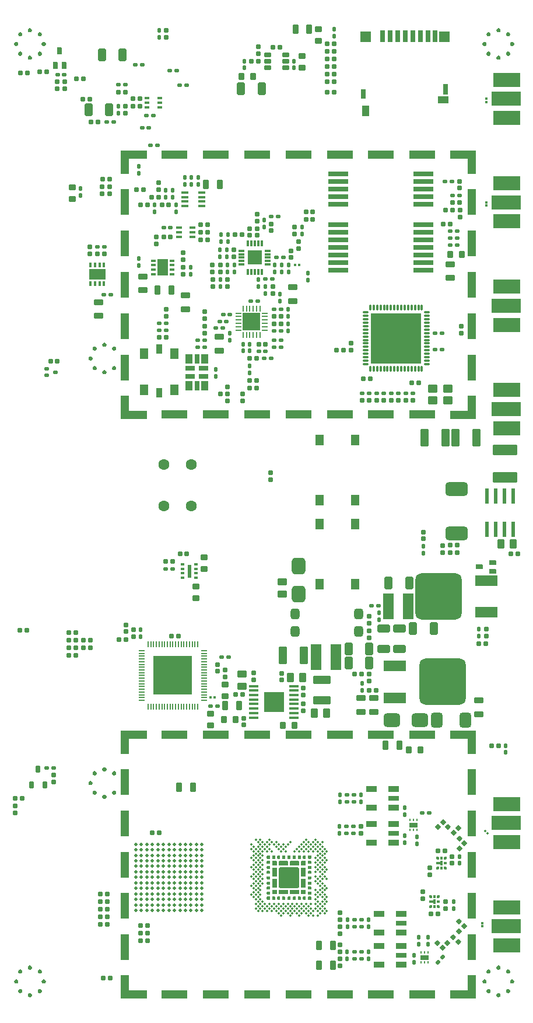
<source format=gtp>
G04*
G04 #@! TF.GenerationSoftware,Altium Limited,Altium Designer,18.1.9 (240)*
G04*
G04 Layer_Color=8421504*
%FSLAX44Y44*%
%MOMM*%
G71*
G01*
G75*
G04:AMPARAMS|DCode=19|XSize=0.6mm|YSize=0.6mm|CornerRadius=0.06mm|HoleSize=0mm|Usage=FLASHONLY|Rotation=180.000|XOffset=0mm|YOffset=0mm|HoleType=Round|Shape=RoundedRectangle|*
%AMROUNDEDRECTD19*
21,1,0.6000,0.4800,0,0,180.0*
21,1,0.4800,0.6000,0,0,180.0*
1,1,0.1200,-0.2400,0.2400*
1,1,0.1200,0.2400,0.2400*
1,1,0.1200,0.2400,-0.2400*
1,1,0.1200,-0.2400,-0.2400*
%
%ADD19ROUNDEDRECTD19*%
%ADD20R,0.5500X2.2000*%
%ADD21R,1.0013X1.5019*%
%ADD22R,1.5000X1.0000*%
%ADD23R,0.8004X1.4006*%
%ADD24R,0.8006X1.5011*%
%ADD25R,1.5018X1.5018*%
%ADD26R,1.5009X1.5009*%
%ADD27R,0.7011X1.7526*%
%ADD28R,0.7007X1.7518*%
%ADD29R,0.7002X1.7504*%
%ADD30R,0.7010X1.7525*%
%ADD31R,0.7009X1.7522*%
%ADD32R,0.7006X1.7516*%
%ADD33R,0.7012X1.7530*%
%ADD34R,0.7002X1.7504*%
%ADD35R,0.6000X1.9500*%
%ADD36R,0.6000X0.3000*%
%ADD37R,1.2000X1.5200*%
G04:AMPARAMS|DCode=38|XSize=1.7mm|YSize=2.2mm|CornerRadius=0.425mm|HoleSize=0mm|Usage=FLASHONLY|Rotation=180.000|XOffset=0mm|YOffset=0mm|HoleType=Round|Shape=RoundedRectangle|*
%AMROUNDEDRECTD38*
21,1,1.7000,1.3500,0,0,180.0*
21,1,0.8500,2.2000,0,0,180.0*
1,1,0.8500,-0.4250,0.6750*
1,1,0.8500,0.4250,0.6750*
1,1,0.8500,0.4250,-0.6750*
1,1,0.8500,-0.4250,-0.6750*
%
%ADD38ROUNDEDRECTD38*%
G04:AMPARAMS|DCode=39|XSize=6.7mm|YSize=6.7mm|CornerRadius=0.8375mm|HoleSize=0mm|Usage=FLASHONLY|Rotation=180.000|XOffset=0mm|YOffset=0mm|HoleType=Round|Shape=RoundedRectangle|*
%AMROUNDEDRECTD39*
21,1,6.7000,5.0250,0,0,180.0*
21,1,5.0250,6.7000,0,0,180.0*
1,1,1.6750,-2.5125,2.5125*
1,1,1.6750,2.5125,2.5125*
1,1,1.6750,2.5125,-2.5125*
1,1,1.6750,-2.5125,-2.5125*
%
%ADD39ROUNDEDRECTD39*%
G04:AMPARAMS|DCode=40|XSize=3.3mm|YSize=1.6mm|CornerRadius=0.2mm|HoleSize=0mm|Usage=FLASHONLY|Rotation=180.000|XOffset=0mm|YOffset=0mm|HoleType=Round|Shape=RoundedRectangle|*
%AMROUNDEDRECTD40*
21,1,3.3000,1.2000,0,0,180.0*
21,1,2.9000,1.6000,0,0,180.0*
1,1,0.4000,-1.4500,0.6000*
1,1,0.4000,1.4500,0.6000*
1,1,0.4000,1.4500,-0.6000*
1,1,0.4000,-1.4500,-0.6000*
%
%ADD40ROUNDEDRECTD40*%
%ADD41R,1.4732X0.3556*%
%ADD42R,3.0000X3.0000*%
G04:AMPARAMS|DCode=43|XSize=2.4mm|YSize=2mm|CornerRadius=0.5mm|HoleSize=0mm|Usage=FLASHONLY|Rotation=180.000|XOffset=0mm|YOffset=0mm|HoleType=Round|Shape=RoundedRectangle|*
%AMROUNDEDRECTD43*
21,1,2.4000,1.0000,0,0,180.0*
21,1,1.4000,2.0000,0,0,180.0*
1,1,1.0000,-0.7000,0.5000*
1,1,1.0000,0.7000,0.5000*
1,1,1.0000,0.7000,-0.5000*
1,1,1.0000,-0.7000,-0.5000*
%
%ADD43ROUNDEDRECTD43*%
G04:AMPARAMS|DCode=44|XSize=2.4mm|YSize=2mm|CornerRadius=0.5mm|HoleSize=0mm|Usage=FLASHONLY|Rotation=90.000|XOffset=0mm|YOffset=0mm|HoleType=Round|Shape=RoundedRectangle|*
%AMROUNDEDRECTD44*
21,1,2.4000,1.0000,0,0,90.0*
21,1,1.4000,2.0000,0,0,90.0*
1,1,1.0000,0.5000,0.7000*
1,1,1.0000,0.5000,-0.7000*
1,1,1.0000,-0.5000,-0.7000*
1,1,1.0000,-0.5000,0.7000*
%
%ADD44ROUNDEDRECTD44*%
%ADD45R,0.7000X0.4500*%
G04:AMPARAMS|DCode=46|XSize=1.3mm|YSize=0.8mm|CornerRadius=0.1mm|HoleSize=0mm|Usage=FLASHONLY|Rotation=270.000|XOffset=0mm|YOffset=0mm|HoleType=Round|Shape=RoundedRectangle|*
%AMROUNDEDRECTD46*
21,1,1.3000,0.6000,0,0,270.0*
21,1,1.1000,0.8000,0,0,270.0*
1,1,0.2000,-0.3000,-0.5500*
1,1,0.2000,-0.3000,0.5500*
1,1,0.2000,0.3000,0.5500*
1,1,0.2000,0.3000,-0.5500*
%
%ADD46ROUNDEDRECTD46*%
G04:AMPARAMS|DCode=47|XSize=1.3mm|YSize=0.8mm|CornerRadius=0.1mm|HoleSize=0mm|Usage=FLASHONLY|Rotation=0.000|XOffset=0mm|YOffset=0mm|HoleType=Round|Shape=RoundedRectangle|*
%AMROUNDEDRECTD47*
21,1,1.3000,0.6000,0,0,0.0*
21,1,1.1000,0.8000,0,0,0.0*
1,1,0.2000,0.5500,-0.3000*
1,1,0.2000,-0.5500,-0.3000*
1,1,0.2000,-0.5500,0.3000*
1,1,0.2000,0.5500,0.3000*
%
%ADD47ROUNDEDRECTD47*%
G04:AMPARAMS|DCode=48|XSize=0.6mm|YSize=0.6mm|CornerRadius=0.06mm|HoleSize=0mm|Usage=FLASHONLY|Rotation=90.000|XOffset=0mm|YOffset=0mm|HoleType=Round|Shape=RoundedRectangle|*
%AMROUNDEDRECTD48*
21,1,0.6000,0.4800,0,0,90.0*
21,1,0.4800,0.6000,0,0,90.0*
1,1,0.1200,0.2400,0.2400*
1,1,0.1200,0.2400,-0.2400*
1,1,0.1200,-0.2400,-0.2400*
1,1,0.1200,-0.2400,0.2400*
%
%ADD48ROUNDEDRECTD48*%
G04:AMPARAMS|DCode=49|XSize=0.5mm|YSize=0.6mm|CornerRadius=0.05mm|HoleSize=0mm|Usage=FLASHONLY|Rotation=180.000|XOffset=0mm|YOffset=0mm|HoleType=Round|Shape=RoundedRectangle|*
%AMROUNDEDRECTD49*
21,1,0.5000,0.5000,0,0,180.0*
21,1,0.4000,0.6000,0,0,180.0*
1,1,0.1000,-0.2000,0.2500*
1,1,0.1000,0.2000,0.2500*
1,1,0.1000,0.2000,-0.2500*
1,1,0.1000,-0.2000,-0.2500*
%
%ADD49ROUNDEDRECTD49*%
G04:AMPARAMS|DCode=50|XSize=0.5mm|YSize=0.6mm|CornerRadius=0.05mm|HoleSize=0mm|Usage=FLASHONLY|Rotation=90.000|XOffset=0mm|YOffset=0mm|HoleType=Round|Shape=RoundedRectangle|*
%AMROUNDEDRECTD50*
21,1,0.5000,0.5000,0,0,90.0*
21,1,0.4000,0.6000,0,0,90.0*
1,1,0.1000,0.2500,0.2000*
1,1,0.1000,0.2500,-0.2000*
1,1,0.1000,-0.2500,-0.2000*
1,1,0.1000,-0.2500,0.2000*
%
%ADD50ROUNDEDRECTD50*%
%ADD51O,0.9000X0.2500*%
%ADD52O,0.2500X0.9000*%
%ADD53R,2.5000X2.5000*%
%ADD54R,0.3000X0.3500*%
%ADD55R,2.1000X2.1000*%
%ADD56R,0.8500X0.3000*%
%ADD57R,0.3000X0.8500*%
G04:AMPARAMS|DCode=58|XSize=1mm|YSize=0.9mm|CornerRadius=0.1125mm|HoleSize=0mm|Usage=FLASHONLY|Rotation=180.000|XOffset=0mm|YOffset=0mm|HoleType=Round|Shape=RoundedRectangle|*
%AMROUNDEDRECTD58*
21,1,1.0000,0.6750,0,0,180.0*
21,1,0.7750,0.9000,0,0,180.0*
1,1,0.2250,-0.3875,0.3375*
1,1,0.2250,0.3875,0.3375*
1,1,0.2250,0.3875,-0.3375*
1,1,0.2250,-0.3875,-0.3375*
%
%ADD58ROUNDEDRECTD58*%
G04:AMPARAMS|DCode=59|XSize=1.8mm|YSize=1.15mm|CornerRadius=0.1438mm|HoleSize=0mm|Usage=FLASHONLY|Rotation=90.000|XOffset=0mm|YOffset=0mm|HoleType=Round|Shape=RoundedRectangle|*
%AMROUNDEDRECTD59*
21,1,1.8000,0.8625,0,0,90.0*
21,1,1.5125,1.1500,0,0,90.0*
1,1,0.2875,0.4313,0.7563*
1,1,0.2875,0.4313,-0.7563*
1,1,0.2875,-0.4313,-0.7563*
1,1,0.2875,-0.4313,0.7563*
%
%ADD59ROUNDEDRECTD59*%
G04:AMPARAMS|DCode=60|XSize=0.31mm|YSize=0.3mm|CornerRadius=0mm|HoleSize=0mm|Usage=FLASHONLY|Rotation=135.000|XOffset=0mm|YOffset=0mm|HoleType=Round|Shape=Rectangle|*
%AMROTATEDRECTD60*
4,1,4,0.2157,-0.0035,0.0035,-0.2157,-0.2157,0.0035,-0.0035,0.2157,0.2157,-0.0035,0.0*
%
%ADD60ROTATEDRECTD60*%

%ADD61R,0.3000X0.3100*%
%ADD62R,7.4000X7.4000*%
%ADD63O,0.3000X0.8500*%
%ADD64O,0.8500X0.3000*%
%ADD65R,1.0000X0.4000*%
%ADD66R,0.8500X0.4000*%
%ADD67R,4.0000X2.0000*%
%ADD68R,4.2500X2.0000*%
%ADD69R,1.6500X0.9000*%
%ADD70R,1.6500X0.7600*%
%ADD71R,0.9000X1.4000*%
%ADD72R,1.2000X1.5000*%
%ADD73R,1.0000X1.3500*%
%ADD74R,1.3500X0.7000*%
%ADD75R,0.7000X1.3500*%
G04:AMPARAMS|DCode=76|XSize=1.4mm|YSize=1.2mm|CornerRadius=0.15mm|HoleSize=0mm|Usage=FLASHONLY|Rotation=180.000|XOffset=0mm|YOffset=0mm|HoleType=Round|Shape=RoundedRectangle|*
%AMROUNDEDRECTD76*
21,1,1.4000,0.9000,0,0,180.0*
21,1,1.1000,1.2000,0,0,180.0*
1,1,0.3000,-0.5500,0.4500*
1,1,0.3000,0.5500,0.4500*
1,1,0.3000,0.5500,-0.4500*
1,1,0.3000,-0.5500,-0.4500*
%
%ADD76ROUNDEDRECTD76*%
%ADD77R,0.4000X0.7000*%
%ADD78R,0.3600X0.4500*%
%ADD79R,0.7500X0.4500*%
%ADD80R,0.2000X0.2000*%
%ADD81C,0.3500*%
%ADD82R,3.8000X1.2000*%
%ADD83R,1.2000X3.8000*%
%ADD84R,1.2000X3.3500*%
%ADD85R,3.8500X1.2000*%
%ADD86C,0.5000*%
G04:AMPARAMS|DCode=87|XSize=0.6mm|YSize=0.6mm|CornerRadius=0.06mm|HoleSize=0mm|Usage=FLASHONLY|Rotation=45.000|XOffset=0mm|YOffset=0mm|HoleType=Round|Shape=RoundedRectangle|*
%AMROUNDEDRECTD87*
21,1,0.6000,0.4800,0,0,45.0*
21,1,0.4800,0.6000,0,0,45.0*
1,1,0.1200,0.3394,0.0000*
1,1,0.1200,0.0000,-0.3394*
1,1,0.1200,-0.3394,0.0000*
1,1,0.1200,0.0000,0.3394*
%
%ADD87ROUNDEDRECTD87*%
G04:AMPARAMS|DCode=88|XSize=0.6mm|YSize=0.6mm|CornerRadius=0.06mm|HoleSize=0mm|Usage=FLASHONLY|Rotation=135.000|XOffset=0mm|YOffset=0mm|HoleType=Round|Shape=RoundedRectangle|*
%AMROUNDEDRECTD88*
21,1,0.6000,0.4800,0,0,135.0*
21,1,0.4800,0.6000,0,0,135.0*
1,1,0.1200,0.0000,0.3394*
1,1,0.1200,0.3394,0.0000*
1,1,0.1200,0.0000,-0.3394*
1,1,0.1200,-0.3394,0.0000*
%
%ADD88ROUNDEDRECTD88*%
%ADD89C,1.6000*%
%ADD90R,3.0000X0.8000*%
G04:AMPARAMS|DCode=91|XSize=0.7mm|YSize=1mm|CornerRadius=0.0875mm|HoleSize=0mm|Usage=FLASHONLY|Rotation=0.000|XOffset=0mm|YOffset=0mm|HoleType=Round|Shape=RoundedRectangle|*
%AMROUNDEDRECTD91*
21,1,0.7000,0.8250,0,0,0.0*
21,1,0.5250,1.0000,0,0,0.0*
1,1,0.1750,0.2625,-0.4125*
1,1,0.1750,-0.2625,-0.4125*
1,1,0.1750,-0.2625,0.4125*
1,1,0.1750,0.2625,0.4125*
%
%ADD91ROUNDEDRECTD91*%
%ADD92R,5.5500X5.5500*%
%ADD93R,0.2000X0.9000*%
%ADD94R,0.9000X0.2000*%
G04:AMPARAMS|DCode=95|XSize=1mm|YSize=0.9mm|CornerRadius=0.1125mm|HoleSize=0mm|Usage=FLASHONLY|Rotation=270.000|XOffset=0mm|YOffset=0mm|HoleType=Round|Shape=RoundedRectangle|*
%AMROUNDEDRECTD95*
21,1,1.0000,0.6750,0,0,270.0*
21,1,0.7750,0.9000,0,0,270.0*
1,1,0.2250,-0.3375,-0.3875*
1,1,0.2250,-0.3375,0.3875*
1,1,0.2250,0.3375,0.3875*
1,1,0.2250,0.3375,-0.3875*
%
%ADD95ROUNDEDRECTD95*%
G04:AMPARAMS|DCode=96|XSize=0.6mm|YSize=1mm|CornerRadius=0.075mm|HoleSize=0mm|Usage=FLASHONLY|Rotation=270.000|XOffset=0mm|YOffset=0mm|HoleType=Round|Shape=RoundedRectangle|*
%AMROUNDEDRECTD96*
21,1,0.6000,0.8500,0,0,270.0*
21,1,0.4500,1.0000,0,0,270.0*
1,1,0.1500,-0.4250,-0.2250*
1,1,0.1500,-0.4250,0.2250*
1,1,0.1500,0.4250,0.2250*
1,1,0.1500,0.4250,-0.2250*
%
%ADD96ROUNDEDRECTD96*%
G04:AMPARAMS|DCode=97|XSize=0.5mm|YSize=0.6mm|CornerRadius=0.0625mm|HoleSize=0mm|Usage=FLASHONLY|Rotation=270.000|XOffset=0mm|YOffset=0mm|HoleType=Round|Shape=RoundedRectangle|*
%AMROUNDEDRECTD97*
21,1,0.5000,0.4750,0,0,270.0*
21,1,0.3750,0.6000,0,0,270.0*
1,1,0.1250,-0.2375,-0.1875*
1,1,0.1250,-0.2375,0.1875*
1,1,0.1250,0.2375,0.1875*
1,1,0.1250,0.2375,-0.1875*
%
%ADD97ROUNDEDRECTD97*%
%ADD98R,1.2000X0.7000*%
%ADD99R,0.2500X0.3500*%
G04:AMPARAMS|DCode=100|XSize=0.5mm|YSize=0.6mm|CornerRadius=0.05mm|HoleSize=0mm|Usage=FLASHONLY|Rotation=315.000|XOffset=0mm|YOffset=0mm|HoleType=Round|Shape=RoundedRectangle|*
%AMROUNDEDRECTD100*
21,1,0.5000,0.5000,0,0,315.0*
21,1,0.4000,0.6000,0,0,315.0*
1,1,0.1000,-0.0354,-0.3182*
1,1,0.1000,-0.3182,-0.0354*
1,1,0.1000,0.0354,0.3182*
1,1,0.1000,0.3182,0.0354*
%
%ADD100ROUNDEDRECTD100*%
G04:AMPARAMS|DCode=101|XSize=1.8mm|YSize=1.15mm|CornerRadius=0.1438mm|HoleSize=0mm|Usage=FLASHONLY|Rotation=180.000|XOffset=0mm|YOffset=0mm|HoleType=Round|Shape=RoundedRectangle|*
%AMROUNDEDRECTD101*
21,1,1.8000,0.8625,0,0,180.0*
21,1,1.5125,1.1500,0,0,180.0*
1,1,0.2875,-0.7563,0.4313*
1,1,0.2875,0.7563,0.4313*
1,1,0.2875,0.7563,-0.4313*
1,1,0.2875,-0.7563,-0.4313*
%
%ADD101ROUNDEDRECTD101*%
%ADD102R,1.6000X2.3500*%
%ADD103R,0.7000X0.3000*%
G04:AMPARAMS|DCode=104|XSize=1.5mm|YSize=1.3mm|CornerRadius=0.325mm|HoleSize=0mm|Usage=FLASHONLY|Rotation=270.000|XOffset=0mm|YOffset=0mm|HoleType=Round|Shape=RoundedRectangle|*
%AMROUNDEDRECTD104*
21,1,1.5000,0.6500,0,0,270.0*
21,1,0.8500,1.3000,0,0,270.0*
1,1,0.6500,-0.3250,-0.4250*
1,1,0.6500,-0.3250,0.4250*
1,1,0.6500,0.3250,0.4250*
1,1,0.6500,0.3250,-0.4250*
%
%ADD104ROUNDEDRECTD104*%
G04:AMPARAMS|DCode=105|XSize=0.7mm|YSize=1mm|CornerRadius=0.0875mm|HoleSize=0mm|Usage=FLASHONLY|Rotation=90.000|XOffset=0mm|YOffset=0mm|HoleType=Round|Shape=RoundedRectangle|*
%AMROUNDEDRECTD105*
21,1,0.7000,0.8250,0,0,90.0*
21,1,0.5250,1.0000,0,0,90.0*
1,1,0.1750,0.4125,0.2625*
1,1,0.1750,0.4125,-0.2625*
1,1,0.1750,-0.4125,-0.2625*
1,1,0.1750,-0.4125,0.2625*
%
%ADD105ROUNDEDRECTD105*%
%ADD106R,1.6000X3.7000*%
G04:AMPARAMS|DCode=107|XSize=1.4mm|YSize=1mm|CornerRadius=0.125mm|HoleSize=0mm|Usage=FLASHONLY|Rotation=270.000|XOffset=0mm|YOffset=0mm|HoleType=Round|Shape=RoundedRectangle|*
%AMROUNDEDRECTD107*
21,1,1.4000,0.7500,0,0,270.0*
21,1,1.1500,1.0000,0,0,270.0*
1,1,0.2500,-0.3750,-0.5750*
1,1,0.2500,-0.3750,0.5750*
1,1,0.2500,0.3750,0.5750*
1,1,0.2500,0.3750,-0.5750*
%
%ADD107ROUNDEDRECTD107*%
G04:AMPARAMS|DCode=108|XSize=1.4mm|YSize=1mm|CornerRadius=0.125mm|HoleSize=0mm|Usage=FLASHONLY|Rotation=0.000|XOffset=0mm|YOffset=0mm|HoleType=Round|Shape=RoundedRectangle|*
%AMROUNDEDRECTD108*
21,1,1.4000,0.7500,0,0,0.0*
21,1,1.1500,1.0000,0,0,0.0*
1,1,0.2500,0.5750,-0.3750*
1,1,0.2500,-0.5750,-0.3750*
1,1,0.2500,-0.5750,0.3750*
1,1,0.2500,0.5750,0.3750*
%
%ADD108ROUNDEDRECTD108*%
G04:AMPARAMS|DCode=109|XSize=2mm|YSize=3.3mm|CornerRadius=0.5mm|HoleSize=0mm|Usage=FLASHONLY|Rotation=90.000|XOffset=0mm|YOffset=0mm|HoleType=Round|Shape=RoundedRectangle|*
%AMROUNDEDRECTD109*
21,1,2.0000,2.3000,0,0,90.0*
21,1,1.0000,3.3000,0,0,90.0*
1,1,1.0000,1.1500,0.5000*
1,1,1.0000,1.1500,-0.5000*
1,1,1.0000,-1.1500,-0.5000*
1,1,1.0000,-1.1500,0.5000*
%
%ADD109ROUNDEDRECTD109*%
G04:AMPARAMS|DCode=110|XSize=0.6mm|YSize=1mm|CornerRadius=0.075mm|HoleSize=0mm|Usage=FLASHONLY|Rotation=0.000|XOffset=0mm|YOffset=0mm|HoleType=Round|Shape=RoundedRectangle|*
%AMROUNDEDRECTD110*
21,1,0.6000,0.8500,0,0,0.0*
21,1,0.4500,1.0000,0,0,0.0*
1,1,0.1500,0.2250,-0.4250*
1,1,0.1500,-0.2250,-0.4250*
1,1,0.1500,-0.2250,0.4250*
1,1,0.1500,0.2250,0.4250*
%
%ADD110ROUNDEDRECTD110*%
%ADD111R,2.3500X1.6000*%
%ADD112R,0.3000X0.7000*%
G04:AMPARAMS|DCode=113|XSize=2.6mm|YSize=1.15mm|CornerRadius=0.1438mm|HoleSize=0mm|Usage=FLASHONLY|Rotation=270.000|XOffset=0mm|YOffset=0mm|HoleType=Round|Shape=RoundedRectangle|*
%AMROUNDEDRECTD113*
21,1,2.6000,0.8625,0,0,270.0*
21,1,2.3125,1.1500,0,0,270.0*
1,1,0.2875,-0.4313,-1.1563*
1,1,0.2875,-0.4313,1.1563*
1,1,0.2875,0.4313,1.1563*
1,1,0.2875,0.4313,-1.1563*
%
%ADD113ROUNDEDRECTD113*%
G04:AMPARAMS|DCode=114|XSize=2.6mm|YSize=1.15mm|CornerRadius=0.1438mm|HoleSize=0mm|Usage=FLASHONLY|Rotation=180.000|XOffset=0mm|YOffset=0mm|HoleType=Round|Shape=RoundedRectangle|*
%AMROUNDEDRECTD114*
21,1,2.6000,0.8625,0,0,180.0*
21,1,2.3125,1.1500,0,0,180.0*
1,1,0.2875,-1.1563,0.4313*
1,1,0.2875,1.1563,0.4313*
1,1,0.2875,1.1563,-0.4313*
1,1,0.2875,-1.1563,-0.4313*
%
%ADD114ROUNDEDRECTD114*%
G04:AMPARAMS|DCode=115|XSize=3.6mm|YSize=1.5mm|CornerRadius=0.1875mm|HoleSize=0mm|Usage=FLASHONLY|Rotation=0.000|XOffset=0mm|YOffset=0mm|HoleType=Round|Shape=RoundedRectangle|*
%AMROUNDEDRECTD115*
21,1,3.6000,1.1250,0,0,0.0*
21,1,3.2250,1.5000,0,0,0.0*
1,1,0.3750,1.6125,-0.5625*
1,1,0.3750,-1.6125,-0.5625*
1,1,0.3750,-1.6125,0.5625*
1,1,0.3750,1.6125,0.5625*
%
%ADD115ROUNDEDRECTD115*%
G36*
X36699Y1417543D02*
X37543Y1416699D01*
X38000Y1415597D01*
Y1415000D01*
Y1414403D01*
X37543Y1413301D01*
X36699Y1412457D01*
X35597Y1412000D01*
X34403D01*
X33301Y1412457D01*
X32457Y1413301D01*
X32000Y1414403D01*
Y1415000D01*
Y1415597D01*
X32457Y1416699D01*
X33301Y1417543D01*
X34403Y1418000D01*
X35597D01*
X36699Y1417543D01*
D02*
G37*
G36*
X716699Y1417543D02*
X717543Y1416699D01*
X718000Y1415597D01*
Y1415000D01*
Y1414403D01*
X717543Y1413301D01*
X716699Y1412457D01*
X715597Y1412000D01*
X714403D01*
X713301Y1412457D01*
X712457Y1413301D01*
X712000Y1414403D01*
Y1415000D01*
Y1415597D01*
X712457Y1416699D01*
X713301Y1417543D01*
X714403Y1418000D01*
X715597D01*
X716699Y1417543D01*
D02*
G37*
G36*
X50842Y1411685D02*
X51263Y1411263D01*
X51686Y1410842D01*
X52142Y1409739D01*
Y1408545D01*
X51686Y1407443D01*
X51263Y1407021D01*
X50842Y1406599D01*
X49739Y1406142D01*
X48545D01*
X47443Y1406599D01*
X47021Y1407021D01*
X46599Y1407443D01*
X46142Y1408545D01*
Y1409739D01*
X46599Y1410842D01*
X47021Y1411263D01*
X47443Y1411685D01*
X48545Y1412142D01*
X49739D01*
X50842Y1411685D01*
D02*
G37*
G36*
X22557D02*
X22979Y1411263D01*
X23401Y1410842D01*
X23858Y1409739D01*
Y1408545D01*
X23401Y1407443D01*
X22979Y1407021D01*
X22557Y1406599D01*
X21455Y1406142D01*
X20261D01*
X19159Y1406599D01*
X18737Y1407021D01*
X18315Y1407443D01*
X17858Y1408545D01*
Y1409739D01*
X18315Y1410842D01*
X18737Y1411263D01*
X19159Y1411685D01*
X20261Y1412142D01*
X21455D01*
X22557Y1411685D01*
D02*
G37*
G36*
X730842Y1411685D02*
X731264Y1411263D01*
X731685Y1410842D01*
X732142Y1409739D01*
Y1408545D01*
X731685Y1407443D01*
X731264Y1407021D01*
X730842Y1406599D01*
X729739Y1406142D01*
X728545D01*
X727443Y1406599D01*
X727021Y1407021D01*
X726599Y1407443D01*
X726142Y1408545D01*
Y1409739D01*
X726599Y1410842D01*
X727021Y1411263D01*
X727443Y1411685D01*
X728545Y1412142D01*
X729739D01*
X730842Y1411685D01*
D02*
G37*
G36*
X702557D02*
X702979Y1411263D01*
X703401Y1410842D01*
X703858Y1409739D01*
Y1408545D01*
X703401Y1407443D01*
X702979Y1407021D01*
X702557Y1406599D01*
X701455Y1406142D01*
X700261D01*
X699158Y1406599D01*
X698736Y1407021D01*
X698315Y1407443D01*
X697858Y1408545D01*
Y1409739D01*
X698315Y1410842D01*
X698736Y1411263D01*
X699158Y1411685D01*
X700261Y1412142D01*
X701455D01*
X702557Y1411685D01*
D02*
G37*
G36*
X56699Y1397543D02*
X57543Y1396699D01*
X58000Y1395597D01*
Y1395000D01*
Y1394403D01*
X57543Y1393301D01*
X56699Y1392457D01*
X55597Y1392000D01*
X54403D01*
X53301Y1392457D01*
X52457Y1393301D01*
X52000Y1394403D01*
Y1395000D01*
Y1395597D01*
X52457Y1396699D01*
X53301Y1397543D01*
X54403Y1398000D01*
X55597D01*
X56699Y1397543D01*
D02*
G37*
G36*
X16699D02*
X17543Y1396699D01*
X18000Y1395597D01*
Y1395000D01*
Y1394403D01*
X17543Y1393301D01*
X16699Y1392457D01*
X15597Y1392000D01*
X14403D01*
X13301Y1392457D01*
X12457Y1393301D01*
X12000Y1394403D01*
Y1395000D01*
Y1395597D01*
X12457Y1396699D01*
X13301Y1397543D01*
X14403Y1398000D01*
X15597D01*
X16699Y1397543D01*
D02*
G37*
G36*
X736699Y1397543D02*
X737543Y1396699D01*
X738000Y1395597D01*
Y1395000D01*
Y1394403D01*
X737543Y1393301D01*
X736699Y1392457D01*
X735597Y1392000D01*
X734403D01*
X733301Y1392457D01*
X732457Y1393301D01*
X732000Y1394403D01*
Y1395000D01*
Y1395597D01*
X732457Y1396699D01*
X733301Y1397543D01*
X734403Y1398000D01*
X735597D01*
X736699Y1397543D01*
D02*
G37*
G36*
X696699D02*
X697543Y1396699D01*
X698000Y1395597D01*
Y1395000D01*
Y1394403D01*
X697543Y1393301D01*
X696699Y1392457D01*
X695597Y1392000D01*
X694403D01*
X693301Y1392457D01*
X692457Y1393301D01*
X692000Y1394403D01*
Y1395000D01*
Y1395597D01*
X692457Y1396699D01*
X693301Y1397543D01*
X694403Y1398000D01*
X695597D01*
X696699Y1397543D01*
D02*
G37*
G36*
X50842Y1383401D02*
X51263Y1382979D01*
X51686Y1382557D01*
X52142Y1381455D01*
Y1380261D01*
X51686Y1379158D01*
X51263Y1378737D01*
X50842Y1378315D01*
X49739Y1377858D01*
X48545D01*
X47443Y1378315D01*
X47021Y1378737D01*
X46599Y1379158D01*
X46142Y1380261D01*
Y1381455D01*
X46599Y1382557D01*
X47021Y1382979D01*
X47443Y1383401D01*
X48545Y1383858D01*
X49739D01*
X50842Y1383401D01*
D02*
G37*
G36*
X22557D02*
X22979Y1382979D01*
X23401Y1382557D01*
X23858Y1381455D01*
Y1380261D01*
X23401Y1379158D01*
X22979Y1378737D01*
X22557Y1378315D01*
X21455Y1377858D01*
X20261D01*
X19159Y1378315D01*
X18737Y1378737D01*
X18315Y1379158D01*
X17858Y1380261D01*
Y1381455D01*
X18315Y1382557D01*
X18737Y1382979D01*
X19159Y1383401D01*
X20261Y1383858D01*
X21455D01*
X22557Y1383401D01*
D02*
G37*
G36*
X730842Y1383401D02*
X731264Y1382979D01*
X731685Y1382557D01*
X732142Y1381455D01*
Y1380261D01*
X731685Y1379158D01*
X731264Y1378737D01*
X730842Y1378315D01*
X729739Y1377858D01*
X728545D01*
X727443Y1378315D01*
X727021Y1378737D01*
X726599Y1379158D01*
X726142Y1380261D01*
Y1381455D01*
X726599Y1382557D01*
X727021Y1382979D01*
X727443Y1383401D01*
X728545Y1383858D01*
X729739D01*
X730842Y1383401D01*
D02*
G37*
G36*
X702557D02*
X702979Y1382979D01*
X703401Y1382557D01*
X703858Y1381455D01*
Y1380261D01*
X703401Y1379158D01*
X702979Y1378737D01*
X702557Y1378315D01*
X701455Y1377858D01*
X700261D01*
X699158Y1378315D01*
X698736Y1378737D01*
X698315Y1379158D01*
X697858Y1380261D01*
Y1381455D01*
X698315Y1382557D01*
X698736Y1382979D01*
X699158Y1383401D01*
X700261Y1383858D01*
X701455D01*
X702557Y1383401D01*
D02*
G37*
G36*
X36699Y1377543D02*
X37543Y1376699D01*
X38000Y1375597D01*
Y1375000D01*
Y1374403D01*
X37543Y1373301D01*
X36699Y1372457D01*
X35597Y1372000D01*
X34403D01*
X33301Y1372457D01*
X32457Y1373301D01*
X32000Y1374403D01*
Y1375000D01*
Y1375597D01*
X32457Y1376699D01*
X33301Y1377543D01*
X34403Y1378000D01*
X35597D01*
X36699Y1377543D01*
D02*
G37*
G36*
X716699Y1377543D02*
X717543Y1376699D01*
X718000Y1375597D01*
Y1375000D01*
Y1374403D01*
X717543Y1373301D01*
X716699Y1372457D01*
X715597Y1372000D01*
X714403D01*
X713301Y1372457D01*
X712457Y1373301D01*
X712000Y1374403D01*
Y1375000D01*
Y1375597D01*
X712457Y1376699D01*
X713301Y1377543D01*
X714403Y1378000D01*
X715597D01*
X716699Y1377543D01*
D02*
G37*
G36*
X597733Y983600D02*
X582100D01*
Y999233D01*
X597733D01*
Y983600D01*
D02*
G37*
G36*
X574317D02*
X558700D01*
Y999266D01*
X574317D01*
Y983600D01*
D02*
G37*
G36*
X550864D02*
X535300D01*
Y999272D01*
X550864D01*
Y983600D01*
D02*
G37*
G36*
X597734Y960200D02*
X582100D01*
Y975809D01*
X597734D01*
Y960200D01*
D02*
G37*
G36*
X574315D02*
X558700D01*
Y975815D01*
X574315D01*
Y960200D01*
D02*
G37*
G36*
X550872D02*
X535300D01*
Y975814D01*
X550872D01*
Y960200D01*
D02*
G37*
G36*
X144699Y961293D02*
X145543Y960449D01*
X146000Y959347D01*
Y958750D01*
Y958153D01*
X145543Y957051D01*
X144699Y956207D01*
X143597Y955750D01*
X142403D01*
X141300Y956207D01*
X140456Y957051D01*
X140000Y958153D01*
Y958750D01*
Y959347D01*
X140456Y960449D01*
X141300Y961293D01*
X142403Y961750D01*
X143597D01*
X144699Y961293D01*
D02*
G37*
G36*
X158841Y955435D02*
X159263Y955014D01*
X159685Y954592D01*
X160142Y953489D01*
Y952295D01*
X159685Y951193D01*
X159263Y950771D01*
X158841Y950349D01*
X157739Y949892D01*
X156545D01*
X155443Y950349D01*
X155021Y950771D01*
X154599Y951193D01*
X154142Y952295D01*
Y953489D01*
X154599Y954592D01*
X155021Y955014D01*
X155443Y955435D01*
X156545Y955892D01*
X157739D01*
X158841Y955435D01*
D02*
G37*
G36*
X130557D02*
X130979Y955014D01*
X131401Y954592D01*
X131858Y953489D01*
Y952295D01*
X131401Y951193D01*
X130979Y950771D01*
X130557Y950349D01*
X129454Y949892D01*
X128261D01*
X127158Y950349D01*
X126736Y950771D01*
X126314Y951193D01*
X125858Y952295D01*
Y953489D01*
X126314Y954592D01*
X126736Y955014D01*
X127158Y955435D01*
X128261Y955892D01*
X129454D01*
X130557Y955435D01*
D02*
G37*
G36*
X597741Y952380D02*
Y936800D01*
X582100D01*
Y952380D01*
X597741Y952380D01*
D02*
G37*
G36*
X574316Y936800D02*
X558700D01*
Y952369D01*
X574316D01*
Y936800D01*
D02*
G37*
G36*
X550886D02*
X535300D01*
Y952385D01*
X550886D01*
Y936800D01*
D02*
G37*
G36*
X124699Y941293D02*
X125543Y940449D01*
X126000Y939347D01*
Y938750D01*
Y938153D01*
X125543Y937051D01*
X124699Y936207D01*
X123597Y935750D01*
X122403D01*
X121300Y936207D01*
X120456Y937051D01*
X120000Y938153D01*
Y938750D01*
Y939347D01*
X120456Y940449D01*
X121300Y941293D01*
X122403Y941750D01*
X123597D01*
X124699Y941293D01*
D02*
G37*
G36*
X158841Y927151D02*
X159263Y926729D01*
X159685Y926307D01*
X160142Y925205D01*
Y924011D01*
X159685Y922908D01*
X159263Y922486D01*
X158841Y922065D01*
X157739Y921608D01*
X156545D01*
X155443Y922065D01*
X155021Y922486D01*
X154599Y922908D01*
X154142Y924011D01*
Y925205D01*
X154599Y926307D01*
X155021Y926729D01*
X155443Y927151D01*
X156545Y927608D01*
X157739D01*
X158841Y927151D01*
D02*
G37*
G36*
X130557D02*
X130979Y926729D01*
X131401Y926307D01*
X131858Y925205D01*
Y924011D01*
X131401Y922908D01*
X130979Y922486D01*
X130557Y922065D01*
X129454Y921608D01*
X128261D01*
X127158Y922065D01*
X126736Y922486D01*
X126314Y922908D01*
X125858Y924011D01*
Y925205D01*
X126314Y926307D01*
X126736Y926729D01*
X127158Y927151D01*
X128261Y927608D01*
X129454D01*
X130557Y927151D01*
D02*
G37*
G36*
X144699Y921293D02*
X145543Y920449D01*
X146000Y919347D01*
Y918750D01*
Y918153D01*
X145543Y917051D01*
X144699Y916207D01*
X143597Y915750D01*
X142403D01*
X141300Y916207D01*
X140456Y917051D01*
X140000Y918153D01*
Y918750D01*
Y919347D01*
X140456Y920449D01*
X141300Y921293D01*
X142403Y921750D01*
X143597D01*
X144699Y921293D01*
D02*
G37*
G36*
Y345293D02*
X145543Y344450D01*
X146000Y343347D01*
Y342750D01*
Y342153D01*
X145543Y341051D01*
X144699Y340207D01*
X143597Y339750D01*
X142403D01*
X141300Y340207D01*
X140456Y341051D01*
X140000Y342153D01*
Y342750D01*
Y343347D01*
X140456Y344450D01*
X141300Y345293D01*
X142403Y345750D01*
X143597D01*
X144699Y345293D01*
D02*
G37*
G36*
X158841Y339436D02*
X159263Y339014D01*
X159685Y338592D01*
X160142Y337489D01*
Y336296D01*
X159685Y335193D01*
X159263Y334771D01*
X158841Y334349D01*
X157739Y333892D01*
X156545D01*
X155443Y334349D01*
X155021Y334771D01*
X154599Y335193D01*
X154142Y336296D01*
Y337489D01*
X154599Y338592D01*
X155021Y339014D01*
X155443Y339436D01*
X156545Y339892D01*
X157739D01*
X158841Y339436D01*
D02*
G37*
G36*
X130557D02*
X130979Y339014D01*
X131401Y338592D01*
X131858Y337489D01*
Y336296D01*
X131401Y335193D01*
X130979Y334771D01*
X130557Y334349D01*
X129454Y333892D01*
X128261D01*
X127158Y334349D01*
X126736Y334771D01*
X126314Y335193D01*
X125858Y336296D01*
Y337489D01*
X126314Y338592D01*
X126736Y339014D01*
X127158Y339436D01*
X128261Y339892D01*
X129454D01*
X130557Y339436D01*
D02*
G37*
G36*
X124699Y325293D02*
X125543Y324450D01*
X126000Y323347D01*
Y322750D01*
Y322153D01*
X125543Y321051D01*
X124699Y320207D01*
X123597Y319750D01*
X122403D01*
X121300Y320207D01*
X120456Y321051D01*
X120000Y322153D01*
Y322750D01*
Y323347D01*
X120456Y324450D01*
X121300Y325293D01*
X122403Y325750D01*
X123597D01*
X124699Y325293D01*
D02*
G37*
G36*
X158841Y311151D02*
X159263Y310729D01*
X159685Y310307D01*
X160142Y309205D01*
Y308011D01*
X159685Y306909D01*
X159263Y306487D01*
X158841Y306065D01*
X157739Y305608D01*
X156545D01*
X155443Y306065D01*
X155021Y306487D01*
X154599Y306909D01*
X154142Y308011D01*
Y309205D01*
X154599Y310307D01*
X155021Y310729D01*
X155443Y311151D01*
X156545Y311608D01*
X157739D01*
X158841Y311151D01*
D02*
G37*
G36*
X130557D02*
X130979Y310729D01*
X131401Y310307D01*
X131858Y309205D01*
Y308011D01*
X131401Y306909D01*
X130979Y306487D01*
X130557Y306065D01*
X129454Y305608D01*
X128261D01*
X127158Y306065D01*
X126736Y306487D01*
X126314Y306909D01*
X125858Y308011D01*
Y309205D01*
X126314Y310307D01*
X126736Y310729D01*
X127158Y311151D01*
X128261Y311608D01*
X129454D01*
X130557Y311151D01*
D02*
G37*
G36*
X144699Y305293D02*
X145543Y304450D01*
X146000Y303347D01*
Y302750D01*
Y302153D01*
X145543Y301051D01*
X144699Y300207D01*
X143597Y299750D01*
X142403D01*
X141300Y300207D01*
X140456Y301051D01*
X140000Y302153D01*
Y302750D01*
Y303347D01*
X140456Y304450D01*
X141300Y305293D01*
X142403Y305750D01*
X143597D01*
X144699Y305293D01*
D02*
G37*
G36*
X434469Y217689D02*
X434668Y217689D01*
X435037Y217537D01*
X435319Y217255D01*
X435471Y216886D01*
Y216687D01*
X435471Y213690D01*
X435471Y213690D01*
X435471Y213491D01*
X435319Y213123D01*
X435037Y212842D01*
X434670Y212690D01*
X434471Y212689D01*
X432219Y212690D01*
X432219Y212690D01*
X432020Y212690D01*
X431654Y212842D01*
X431373Y213123D01*
X431221Y213489D01*
X431221Y213688D01*
X431219Y216687D01*
X431219D01*
X431219Y216887D01*
X431371Y217255D01*
X431653Y217537D01*
X432021Y217689D01*
X432220Y217689D01*
X434469Y217689D01*
X434469Y217689D01*
D02*
G37*
G36*
X389972Y217687D02*
X390172Y217687D01*
X390540Y217535D01*
X390822Y217253D01*
X390974Y216884D01*
X390974Y216685D01*
X390974D01*
X390972Y213685D01*
X390972Y213487D01*
X390820Y213120D01*
X390539Y212840D01*
X390172Y212688D01*
X389974Y212688D01*
X389974Y212688D01*
X387722Y212687D01*
X387523Y212687D01*
X387155Y212840D01*
X386874Y213121D01*
X386721Y213489D01*
X386721Y213688D01*
X386721Y213688D01*
X386722Y216685D01*
Y216884D01*
X386874Y217253D01*
X387156Y217535D01*
X387525Y217687D01*
X387724Y217687D01*
X387724Y217687D01*
X389972Y217687D01*
D02*
G37*
G36*
X427221Y217685D02*
X427221Y217685D01*
X427420Y217685D01*
X427786Y217533D01*
X428067Y217253D01*
X428219Y216886D01*
X428219Y216687D01*
X428221Y213688D01*
X428221D01*
X428221Y213488D01*
X428069Y213120D01*
X427787Y212838D01*
X427419Y212686D01*
X427220Y212686D01*
X424972Y212686D01*
X424971Y212686D01*
X424772Y212686D01*
X424403Y212838D01*
X424122Y213120D01*
X423969Y213489D01*
Y213688D01*
X423969Y216685D01*
X423969Y216685D01*
X423969Y216884D01*
X424121Y217251D01*
X424403Y217533D01*
X424770Y217685D01*
X424969Y217686D01*
X427221Y217685D01*
D02*
G37*
G36*
X419970Y217684D02*
X419970Y217684D01*
X420168Y217684D01*
X420535Y217532D01*
X420816Y217252D01*
X420968Y216885D01*
X420968Y216686D01*
X420970Y213687D01*
X420969Y213687D01*
X420970Y213487D01*
X420817Y213119D01*
X420536Y212837D01*
X420168Y212685D01*
X419968Y212685D01*
X417720Y212685D01*
X417720Y212685D01*
X417521Y212685D01*
X417152Y212837D01*
X416870Y213119D01*
X416717Y213488D01*
Y213687D01*
X416717Y216684D01*
X416717Y216684D01*
X416717Y216883D01*
X416870Y217250D01*
X417151Y217532D01*
X417519Y217684D01*
X417718Y217685D01*
X419970Y217684D01*
D02*
G37*
G36*
X412219Y217683D02*
X412218Y217683D01*
X412417Y217683D01*
X412784Y217531D01*
X413064Y217251D01*
X413216Y216884D01*
X413217Y216686D01*
X413218Y213686D01*
X413218D01*
X413218Y213486D01*
X413066Y213118D01*
X412785Y212836D01*
X412416Y212684D01*
X412217Y212684D01*
X409969Y212684D01*
X409969Y212684D01*
X409769Y212684D01*
X409401Y212836D01*
X409119Y213118D01*
X408966Y213487D01*
Y213686D01*
X408966Y216683D01*
X408966Y216683D01*
X408966Y216882D01*
X409119Y217250D01*
X409400Y217531D01*
X409767Y217684D01*
X409967Y217684D01*
X412219Y217683D01*
D02*
G37*
G36*
X442218Y217690D02*
X442218Y217690D01*
X442467Y217690D01*
X442928Y217499D01*
X443280Y217147D01*
X443471Y216686D01*
X443471Y216437D01*
X443471Y213940D01*
X443471Y213940D01*
X443471Y213692D01*
X443281Y213232D01*
X442930Y212881D01*
X442471Y212691D01*
X442222Y212691D01*
X439718Y212690D01*
X439718Y212690D01*
X439470Y212690D01*
X439012Y212880D01*
X438662Y213231D01*
X438472Y213689D01*
Y213937D01*
X438471Y216440D01*
X438471D01*
X438471Y216688D01*
X438662Y217148D01*
X439014Y217500D01*
X439473Y217691D01*
X439722Y217691D01*
X442218Y217690D01*
D02*
G37*
G36*
X382467Y217688D02*
X382467Y217688D01*
X382717Y217688D01*
X383178Y217497D01*
X383530Y217145D01*
X383721Y216684D01*
X383721Y216434D01*
X383721Y213938D01*
X383721Y213938D01*
X383721Y213689D01*
X383531Y213230D01*
X383180Y212878D01*
X382721Y212688D01*
X382472Y212688D01*
X379968Y212687D01*
X379968Y212688D01*
X379720Y212688D01*
X379262Y212878D01*
X378912Y213228D01*
X378722Y213686D01*
Y213934D01*
X378721Y216437D01*
X378721D01*
X378721Y216686D01*
X378912Y217146D01*
X379264Y217498D01*
X379723Y217688D01*
X379972Y217689D01*
X382467Y217688D01*
D02*
G37*
G36*
X397423Y217683D02*
X397790Y217531D01*
X398072Y217249D01*
X398224Y216882D01*
X398224Y216683D01*
X398224Y216683D01*
X398224Y213686D01*
Y213486D01*
X398071Y213118D01*
X397789Y212836D01*
X397421Y212684D01*
X397221Y212684D01*
X397221Y212684D01*
X394973Y212684D01*
X394774Y212684D01*
X394406Y212836D01*
X394124Y213118D01*
X393972Y213486D01*
X393972Y213685D01*
X393972Y213685D01*
X393974Y216685D01*
X393974Y216884D01*
X394126Y217250D01*
X394407Y217531D01*
X394773Y217683D01*
X394972Y217683D01*
X394972Y217683D01*
X397224Y217683D01*
X397423Y217683D01*
D02*
G37*
G36*
X404674Y217682D02*
X405042Y217530D01*
X405323Y217248D01*
X405475Y216881D01*
X405476Y216682D01*
X405476Y216682D01*
X405475Y213685D01*
Y213486D01*
X405323Y213117D01*
X405041Y212835D01*
X404672Y212683D01*
X404473Y212683D01*
X404473Y212683D01*
X402225Y212683D01*
X402025Y212683D01*
X401657Y212835D01*
X401375Y213117D01*
X401223Y213485D01*
X401223Y213685D01*
X401223D01*
X401225Y216684D01*
X401225Y216883D01*
X401377Y217249D01*
X401658Y217530D01*
X402025Y217682D01*
X402223Y217682D01*
X402223Y217682D01*
X404475Y217682D01*
X404674Y217682D01*
D02*
G37*
G36*
X393141Y209581D02*
X393422Y209300D01*
X393574Y208932D01*
X393574Y208734D01*
X393574Y208733D01*
X393574Y203983D01*
X393574Y203785D01*
X393422Y203417D01*
X393140Y203136D01*
X392773Y202984D01*
X392574Y202984D01*
X392574Y202984D01*
X387824Y202984D01*
X387625Y202984D01*
X387258Y203137D01*
X386977Y203418D01*
X386824Y203785D01*
X386824Y203984D01*
X386824Y203984D01*
X386824Y208733D01*
X386824Y208932D01*
X386977Y209300D01*
X387258Y209581D01*
X387626Y209733D01*
X387825Y209733D01*
X387825Y209733D01*
X392575Y209733D01*
X392774Y209733D01*
X393141Y209581D01*
D02*
G37*
G36*
X442468Y209690D02*
X442667Y209690D01*
X443035Y209537D01*
X443316Y209256D01*
X443469Y208888D01*
X443469Y208689D01*
X443469Y206437D01*
X443468Y206437D01*
X443468Y206239D01*
X443316Y205872D01*
X443036Y205592D01*
X442669Y205439D01*
X442471Y205439D01*
X439471Y205438D01*
X439471Y205438D01*
X439272Y205438D01*
X438903Y205590D01*
X438621Y205872D01*
X438469Y206240D01*
X438469Y206439D01*
X438469Y208687D01*
X438469Y208687D01*
X438469Y208887D01*
X438622Y209255D01*
X438904Y209537D01*
X439272Y209690D01*
X439472D01*
X442468Y209690D01*
X442468Y209690D01*
D02*
G37*
G36*
X382718Y209688D02*
X382917Y209688D01*
X383285Y209535D01*
X383566Y209254D01*
X383718Y208886D01*
X383719Y208687D01*
X383718Y206435D01*
X383718Y206435D01*
X383718Y206237D01*
X383566Y205870D01*
X383286Y205589D01*
X382919Y205437D01*
X382720Y205437D01*
X379721Y205436D01*
X379721Y205436D01*
X379521Y205435D01*
X379153Y205587D01*
X378871Y205869D01*
X378719Y206237D01*
X378719Y206437D01*
X378719Y208685D01*
X378719Y208685D01*
X378719Y208884D01*
X378871Y209253D01*
X379153Y209535D01*
X379522Y209687D01*
X379721D01*
X382718Y209688D01*
X382718Y209688D01*
D02*
G37*
G36*
X413574Y209733D02*
X424574Y209733D01*
X424574Y209733D01*
X424773Y209732D01*
X425140Y209580D01*
X425421Y209299D01*
X425574Y208932D01*
X425574Y208733D01*
X425574Y203982D01*
X425574Y203982D01*
X425574Y203783D01*
X425421Y203416D01*
X425140Y203135D01*
X424772Y202983D01*
X424574Y202983D01*
X413573Y202983D01*
X413573Y202983D01*
X413375Y202983D01*
X413007Y203135D01*
X412726Y203416D01*
X412574Y203784D01*
X412574Y203983D01*
X412574Y208733D01*
Y208733D01*
X412574Y208932D01*
X412726Y209300D01*
X413007Y209581D01*
X413375Y209733D01*
X413574Y209733D01*
D02*
G37*
G36*
X434325D02*
X434524Y209733D01*
X434892Y209581D01*
X435173Y209299D01*
X435325Y208931D01*
X435324Y208732D01*
X435324Y208732D01*
X435325Y203983D01*
X435325Y203784D01*
X435173Y203416D01*
X434891Y203135D01*
X434524Y202983D01*
X434325Y202983D01*
X434325Y202983D01*
X429575Y202983D01*
X429376Y202983D01*
X429009Y203136D01*
X428727Y203417D01*
X428575Y203785D01*
X428576Y203983D01*
X428575Y203983D01*
X428576Y208734D01*
X428576Y208932D01*
X428728Y209300D01*
X429009Y209581D01*
X429377Y209733D01*
X429575Y209733D01*
X429575Y209734D01*
X434325Y209733D01*
D02*
G37*
G36*
X409141Y209581D02*
X409422Y209299D01*
X409574Y208932D01*
X409574Y208733D01*
X409574Y208733D01*
X409574Y203982D01*
X409574Y203783D01*
X409422Y203416D01*
X409141Y203135D01*
X408773Y202983D01*
X408575Y202983D01*
X408574Y202983D01*
X397575Y202983D01*
X397376Y202983D01*
X397008Y203135D01*
X396727Y203416D01*
X396574Y203783D01*
X396574Y203982D01*
X396574Y203982D01*
X396574Y208732D01*
X396574Y208931D01*
X396726Y209299D01*
X397008Y209580D01*
X397375Y209732D01*
X397574Y209732D01*
X397574Y209732D01*
X408574Y209733D01*
X408773Y209733D01*
X409141Y209581D01*
D02*
G37*
G36*
X443038Y202287D02*
X443320Y202006D01*
X443473Y201637D01*
X443472Y201438D01*
X443473Y199190D01*
X443473Y199190D01*
X443473Y198990D01*
X443320Y198622D01*
X443038Y198340D01*
X442670Y198187D01*
X442470D01*
X439473Y198187D01*
X439473Y198187D01*
X439274Y198187D01*
X438907Y198340D01*
X438625Y198621D01*
X438473Y198989D01*
X438473Y199188D01*
X438473Y201440D01*
X438473Y201440D01*
X438473Y201638D01*
X438625Y202005D01*
X438906Y202285D01*
X439272Y202438D01*
X439471Y202438D01*
X442471Y202439D01*
X442471Y202439D01*
X442670Y202439D01*
X443038Y202287D01*
D02*
G37*
G36*
X383288Y202285D02*
X383570Y202003D01*
X383722Y201635D01*
X383722Y201436D01*
X383722Y199188D01*
X383722Y199188D01*
X383722Y198988D01*
X383570Y198620D01*
X383288Y198338D01*
X382919Y198185D01*
X382720D01*
X379723Y198185D01*
X379723Y198185D01*
X379524Y198185D01*
X379157Y198337D01*
X378875Y198619D01*
X378723Y198986D01*
X378722Y199185D01*
X378723Y201437D01*
X378723Y201437D01*
X378723Y201636D01*
X378875Y202002D01*
X379156Y202283D01*
X379522Y202435D01*
X379721Y202435D01*
X382720Y202437D01*
X382720Y202437D01*
X382920Y202437D01*
X383288Y202285D01*
D02*
G37*
G36*
X423075Y200483D02*
X423671Y200483D01*
X424774Y200026D01*
X425618Y199182D01*
X426074Y198079D01*
X426074Y197483D01*
X426075Y173483D01*
X426075Y173483D01*
X426075Y172887D01*
X425618Y171784D01*
X424774Y170940D01*
X423671Y170483D01*
X423075Y170483D01*
X399074Y170483D01*
X399074Y170483D01*
X398478Y170483D01*
X397375Y170940D01*
X396531Y171784D01*
X396075Y172887D01*
X396075Y173483D01*
X396074Y197483D01*
X396074Y197483D01*
X396074Y198079D01*
X396531Y199182D01*
X397375Y200026D01*
X398478Y200483D01*
X399074Y200483D01*
X423075Y200483D01*
X423075Y200483D01*
D02*
G37*
G36*
X443039Y195036D02*
X443321Y194754D01*
X443474Y194386D01*
X443473Y194187D01*
X443474Y191939D01*
X443474Y191939D01*
X443474Y191739D01*
X443321Y191371D01*
X443039Y191089D01*
X442671Y190936D01*
X442471D01*
X439474Y190936D01*
X439474Y190936D01*
X439275Y190936D01*
X438908Y191088D01*
X438626Y191370D01*
X438474Y191737D01*
X438474Y191936D01*
X438474Y194188D01*
X438474Y194188D01*
X438474Y194387D01*
X438626Y194753D01*
X438907Y195034D01*
X439273Y195186D01*
X439472Y195187D01*
X442472Y195188D01*
X442472Y195188D01*
X442671Y195188D01*
X443039Y195036D01*
D02*
G37*
G36*
X383289Y195034D02*
X383571Y194752D01*
X383723Y194384D01*
X383723Y194184D01*
X383723Y191936D01*
X383723Y191936D01*
X383723Y191737D01*
X383571Y191368D01*
X383289Y191086D01*
X382920Y190934D01*
X382721D01*
X379724Y190933D01*
X379724Y190933D01*
X379525Y190934D01*
X379158Y191086D01*
X378876Y191367D01*
X378724Y191735D01*
X378723Y191934D01*
X378724Y194186D01*
X378724Y194186D01*
X378724Y194384D01*
X378876Y194751D01*
X379156Y195032D01*
X379523Y195184D01*
X379722Y195184D01*
X382721Y195186D01*
X382721Y195186D01*
X382921Y195186D01*
X383289Y195034D01*
D02*
G37*
G36*
X443040Y187285D02*
X443322Y187003D01*
X443474Y186635D01*
X443474Y186436D01*
X443475Y184187D01*
X443474Y184187D01*
X443475Y183988D01*
X443322Y183619D01*
X443040Y183337D01*
X442671Y183185D01*
X442472D01*
X439475Y183185D01*
X439475Y183185D01*
X439276Y183185D01*
X438909Y183337D01*
X438627Y183619D01*
X438475Y183986D01*
X438475Y184185D01*
X438475Y186437D01*
X438475Y186437D01*
X438475Y186635D01*
X438627Y187002D01*
X438908Y187283D01*
X439274Y187435D01*
X439473Y187435D01*
X442473Y187437D01*
X442472Y187437D01*
X442672Y187437D01*
X443040Y187285D01*
D02*
G37*
G36*
X383290Y187282D02*
X383572Y187001D01*
X383724Y186632D01*
X383724Y186433D01*
X383724Y184185D01*
X383724Y184185D01*
X383724Y183986D01*
X383572Y183617D01*
X383290Y183335D01*
X382921Y183182D01*
X382722D01*
X379725Y183182D01*
X379725Y183182D01*
X379526Y183182D01*
X379159Y183335D01*
X378877Y183616D01*
X378725Y183984D01*
X378724Y184183D01*
X378725Y186435D01*
X378725Y186435D01*
X378725Y186633D01*
X378877Y187000D01*
X379157Y187281D01*
X379524Y187433D01*
X379723Y187433D01*
X382722Y187434D01*
X382722Y187434D01*
X382922Y187435D01*
X383290Y187282D01*
D02*
G37*
G36*
X434324Y199983D02*
X434523Y199983D01*
X434890Y199831D01*
X435172Y199550D01*
X435324Y199182D01*
X435324Y198983D01*
X435324Y198983D01*
X435324Y187983D01*
X435325Y187784D01*
X435172Y187417D01*
X434891Y187135D01*
X434523Y186983D01*
X434324Y186983D01*
X434324D01*
X429574Y186983D01*
X429375Y186983D01*
X429008Y187135D01*
X428726Y187416D01*
X428574Y187784D01*
X428575Y187983D01*
X428574Y187983D01*
X428574Y198983D01*
X428574Y199182D01*
X428726Y199549D01*
X429007Y199831D01*
X429375Y199983D01*
X429574Y199983D01*
X429574Y199983D01*
X434324Y199983D01*
D02*
G37*
G36*
X387825Y199982D02*
X387825Y199982D01*
X392575Y199982D01*
X392774Y199982D01*
X393141Y199830D01*
X393423Y199549D01*
X393575Y199182D01*
X393574Y198983D01*
X393575Y198983D01*
X393574Y187983D01*
X393575Y187784D01*
X393423Y187416D01*
X393142Y187135D01*
X392774Y186982D01*
X392575Y186982D01*
X392575Y186982D01*
X387825Y186982D01*
X387626Y186982D01*
X387259Y187135D01*
X386977Y187416D01*
X386825Y187783D01*
X386825Y187982D01*
Y187982D01*
X386825Y198982D01*
X386825Y199181D01*
X386977Y199549D01*
X387258Y199830D01*
X387626Y199982D01*
X387825Y199982D01*
D02*
G37*
G36*
X442473Y179694D02*
X442673D01*
X443041Y179541D01*
X443323Y179259D01*
X443476Y178891D01*
X443476Y178691D01*
X443476Y178691D01*
X443475Y176443D01*
X443476Y176244D01*
X443323Y175875D01*
X443041Y175594D01*
X442673Y175442D01*
X442474Y175442D01*
X442474Y175442D01*
X439474Y175443D01*
X439276Y175443D01*
X438909Y175596D01*
X438628Y175876D01*
X438476Y176243D01*
X438476Y176442D01*
X438476Y176441D01*
X438476Y178694D01*
X438476Y178892D01*
X438629Y179260D01*
X438910Y179541D01*
X439278Y179694D01*
X439477Y179694D01*
X439476Y179694D01*
X442473Y179694D01*
D02*
G37*
G36*
X382723Y179692D02*
X382923D01*
X383291Y179539D01*
X383573Y179257D01*
X383726Y178888D01*
X383726Y178689D01*
X383726Y178689D01*
X383725Y176441D01*
X383725Y176241D01*
X383573Y175873D01*
X383291Y175592D01*
X382923Y175439D01*
X382724Y175440D01*
X382724Y175440D01*
X379724Y175441D01*
X379525Y175441D01*
X379159Y175593D01*
X378878Y175874D01*
X378726Y176241D01*
X378726Y176439D01*
X378726Y176439D01*
X378726Y178691D01*
X378726Y178890D01*
X378878Y179258D01*
X379160Y179539D01*
X379527Y179692D01*
X379726Y179692D01*
X379726Y179692D01*
X382723Y179692D01*
D02*
G37*
G36*
X434324Y183983D02*
X434523Y183983D01*
X434890Y183831D01*
X435172Y183550D01*
X435324Y183182D01*
X435324Y182983D01*
X435324Y182984D01*
X435324Y171984D01*
X435324Y171784D01*
X435172Y171417D01*
X434891Y171135D01*
X434523Y170983D01*
X434324Y170983D01*
X434324D01*
X429574Y170984D01*
X429375Y170984D01*
X429007Y171136D01*
X428726Y171417D01*
X428574Y171784D01*
X428574Y171983D01*
X428574Y171983D01*
X428574Y182983D01*
X428574Y183182D01*
X428726Y183549D01*
X429007Y183831D01*
X429375Y183983D01*
X429574Y183983D01*
X429574Y183983D01*
X434324Y183983D01*
D02*
G37*
G36*
X387825Y183983D02*
X387825Y183983D01*
X392575Y183982D01*
X392774Y183983D01*
X393141Y183830D01*
X393423Y183549D01*
X393574Y183182D01*
X393574Y182983D01*
X393574Y182983D01*
X393574Y171983D01*
X393574Y171784D01*
X393423Y171416D01*
X393141Y171135D01*
X392774Y170983D01*
X392575Y170982D01*
X392575Y170982D01*
X387825Y170983D01*
X387626Y170983D01*
X387259Y171135D01*
X386977Y171416D01*
X386825Y171784D01*
X386825Y171982D01*
Y171982D01*
X386825Y182983D01*
X386824Y183181D01*
X386977Y183549D01*
X387258Y183831D01*
X387626Y183983D01*
X387825Y183983D01*
D02*
G37*
G36*
X442472Y172442D02*
X442672D01*
X443040Y172290D01*
X443322Y172008D01*
X443475Y171639D01*
X443475Y171440D01*
X443475Y171440D01*
X443475Y169192D01*
X443475Y168993D01*
X443322Y168624D01*
X443041Y168342D01*
X442672Y168190D01*
X442473Y168191D01*
Y168190D01*
X439473Y168192D01*
X439275Y168192D01*
X438908Y168344D01*
X438627Y168625D01*
X438475Y168992D01*
X438475Y169190D01*
X438475Y169190D01*
X438475Y171442D01*
X438475Y171641D01*
X438628Y172009D01*
X438909Y172290D01*
X439277Y172443D01*
X439476Y172443D01*
X439476Y172443D01*
X442472Y172442D01*
D02*
G37*
G36*
X382722Y172440D02*
X382922D01*
X383290Y172288D01*
X383572Y172006D01*
X383725Y171637D01*
X383725Y171438D01*
X383725Y171438D01*
X383724Y169189D01*
X383725Y168990D01*
X383572Y168622D01*
X383290Y168340D01*
X382922Y168188D01*
X382723Y168188D01*
X382723Y168188D01*
X379723Y168190D01*
X379524Y168190D01*
X379158Y168342D01*
X378877Y168623D01*
X378725Y168990D01*
X378725Y169188D01*
X378725Y169188D01*
X378725Y171440D01*
X378725Y171639D01*
X378877Y172006D01*
X379159Y172288D01*
X379526Y172440D01*
X379725Y172440D01*
X379725Y172440D01*
X382722Y172440D01*
D02*
G37*
G36*
X424574Y167983D02*
X424773Y167983D01*
X425141Y167831D01*
X425422Y167550D01*
X425575Y167182D01*
X425575Y166984D01*
X425575Y166984D01*
X425575Y162233D01*
X425575Y162034D01*
X425422Y161667D01*
X425141Y161386D01*
X424774Y161234D01*
X424575Y161233D01*
X424575D01*
X413575Y161233D01*
X413376Y161233D01*
X413008Y161385D01*
X412727Y161666D01*
X412575Y162034D01*
X412575Y162233D01*
Y162233D01*
X412575Y166984D01*
X412575Y167182D01*
X412727Y167550D01*
X413008Y167831D01*
X413376Y167983D01*
X413574Y167983D01*
X413574Y167983D01*
X424574Y167983D01*
D02*
G37*
G36*
X408576Y167982D02*
X408774Y167983D01*
X409142Y167831D01*
X409423Y167549D01*
X409575Y167182D01*
X409575Y166983D01*
X409575Y162233D01*
X409575Y162232D01*
X409575Y162034D01*
X409423Y161666D01*
X409142Y161385D01*
X408774Y161232D01*
X408575Y161233D01*
X397575Y161233D01*
X397575D01*
X397376Y161233D01*
X397009Y161385D01*
X396727Y161667D01*
X396575Y162034D01*
X396575Y162233D01*
X396575Y166983D01*
X396575Y166983D01*
X396575Y167182D01*
X396728Y167549D01*
X397009Y167831D01*
X397377Y167983D01*
X397575Y167983D01*
X408575Y167983D01*
X408576Y167982D01*
D02*
G37*
G36*
X434325Y167982D02*
X434524Y167981D01*
X434891Y167829D01*
X435172Y167548D01*
X435325Y167181D01*
X435325Y166982D01*
X435325Y166982D01*
X435324Y162232D01*
X435325Y162033D01*
X435172Y161666D01*
X434891Y161385D01*
X434523Y161233D01*
X434324Y161233D01*
X429574Y161233D01*
X429375Y161233D01*
X429008Y161385D01*
X428727Y161666D01*
X428575Y162033D01*
X428575Y162232D01*
X428574Y162232D01*
Y166982D01*
X428575Y167181D01*
X428727Y167549D01*
X429008Y167830D01*
X429376Y167982D01*
X429575Y167982D01*
X429575Y167982D01*
X434325Y167982D01*
D02*
G37*
G36*
X392576Y167981D02*
X392775Y167980D01*
X393142Y167828D01*
X393423Y167547D01*
X393576Y167180D01*
X393576Y166981D01*
X393576D01*
X393576Y162231D01*
X393576Y162032D01*
X393423Y161665D01*
X393142Y161384D01*
X392774Y161232D01*
X392575Y161232D01*
X392575Y161232D01*
X387825Y161232D01*
X387626Y161232D01*
X387259Y161384D01*
X386978Y161665D01*
X386826Y162032D01*
X386826Y162231D01*
X386826Y162231D01*
X386826Y166981D01*
X386826Y167180D01*
X386978Y167548D01*
X387259Y167829D01*
X387627Y167981D01*
X387826Y167981D01*
X387826Y167981D01*
X392576Y167981D01*
D02*
G37*
G36*
X439473Y165192D02*
X439473Y165192D01*
X442473Y165191D01*
X442671Y165190D01*
X443038Y165038D01*
X443319Y164757D01*
X443470Y164391D01*
X443471Y164192D01*
X443471Y164192D01*
X443471Y161940D01*
X443471Y161741D01*
X443318Y161374D01*
X443037Y161092D01*
X442669Y160940D01*
X442470Y160940D01*
X439474Y160940D01*
X439274D01*
X438906Y161093D01*
X438624Y161375D01*
X438471Y161743D01*
X438471Y161943D01*
X438471Y161943D01*
X438471Y164191D01*
X438471Y164390D01*
X438624Y164758D01*
X438905Y165040D01*
X439274Y165192D01*
X439473Y165192D01*
D02*
G37*
G36*
X442471Y160940D02*
X442470D01*
X442470D01*
X442471D01*
D02*
G37*
G36*
X379723Y165190D02*
X379723Y165190D01*
X382723Y165188D01*
X382921Y165188D01*
X383288Y165036D01*
X383568Y164755D01*
X383720Y164389D01*
X383720Y164190D01*
X383721Y164190D01*
X383721Y161938D01*
X383721Y161739D01*
X383568Y161372D01*
X383287Y161090D01*
X382919Y160938D01*
X382720Y160938D01*
X382720Y160938D01*
X379723Y160938D01*
X379524D01*
X379156Y161091D01*
X378874Y161373D01*
X378721Y161741D01*
X378721Y161940D01*
X378721Y161940D01*
X378721Y164189D01*
X378721Y164388D01*
X378873Y164756D01*
X379155Y165038D01*
X379524Y165190D01*
X379723Y165190D01*
D02*
G37*
G36*
X419968Y158191D02*
X420168Y158191D01*
X420536Y158039D01*
X420818Y157757D01*
X420970Y157389D01*
X420970Y157190D01*
X420970Y157190D01*
X420968Y154190D01*
X420968Y153991D01*
X420816Y153624D01*
X420535Y153344D01*
X420168Y153192D01*
X419970Y153192D01*
X419970Y153192D01*
X417718Y153191D01*
X417519Y153192D01*
X417151Y153344D01*
X416870Y153626D01*
X416718Y153993D01*
X416717Y154192D01*
X416717Y154192D01*
X416718Y157189D01*
Y157388D01*
X416870Y157757D01*
X417152Y158039D01*
X417521Y158191D01*
X417720Y158191D01*
X417720Y158191D01*
X419968Y158191D01*
D02*
G37*
G36*
X427220Y158190D02*
X427419Y158190D01*
X427787Y158038D01*
X428069Y157756D01*
X428221Y157388D01*
X428221Y157189D01*
X428221Y157189D01*
X428219Y154189D01*
X428219Y153990D01*
X428067Y153624D01*
X427786Y153343D01*
X427420Y153191D01*
X427221Y153191D01*
X427221Y153191D01*
X424969Y153190D01*
X424770Y153191D01*
X424403Y153343D01*
X424121Y153625D01*
X423969Y153992D01*
X423969Y154191D01*
X423969Y154191D01*
X423969Y157188D01*
Y157387D01*
X424122Y157756D01*
X424404Y158038D01*
X424772Y158190D01*
X424972Y158190D01*
X424972Y158190D01*
X427220Y158190D01*
D02*
G37*
G36*
X412224Y158190D02*
X412424Y158190D01*
X412792Y158038D01*
X413074Y157755D01*
X413227Y157387D01*
Y157188D01*
X413227Y154191D01*
X413227Y154191D01*
X413227Y153992D01*
X413074Y153624D01*
X412793Y153343D01*
X412425Y153190D01*
X412226Y153190D01*
X409975Y153190D01*
X409975Y153191D01*
X409776Y153191D01*
X409409Y153343D01*
X409129Y153623D01*
X408977Y153990D01*
X408976Y154188D01*
X408975Y157188D01*
X408975Y157188D01*
X408975Y157388D01*
X409127Y157756D01*
X409409Y158038D01*
X409777Y158190D01*
X409976Y158190D01*
X412224Y158190D01*
X412224Y158190D01*
D02*
G37*
G36*
X404473Y158189D02*
X404672Y158189D01*
X405041Y158037D01*
X405323Y157755D01*
X405476Y157386D01*
Y157187D01*
X405476Y154190D01*
X405476Y154190D01*
X405476Y153991D01*
X405323Y153623D01*
X405042Y153342D01*
X404674Y153189D01*
X404475Y153189D01*
X402223Y153190D01*
X402223Y153190D01*
X402025Y153190D01*
X401658Y153342D01*
X401377Y153622D01*
X401225Y153989D01*
X401225Y154187D01*
X401224Y157187D01*
Y157187D01*
X401223Y157387D01*
X401376Y157755D01*
X401657Y158037D01*
X402025Y158189D01*
X402225Y158189D01*
X404473Y158189D01*
X404473Y158189D01*
D02*
G37*
G36*
X397789Y158036D02*
X398072Y157754D01*
X398224Y157385D01*
Y157186D01*
X398224Y154189D01*
X398224Y154189D01*
X398224Y153990D01*
X398072Y153623D01*
X397790Y153341D01*
X397423Y153189D01*
X397224Y153188D01*
X394972Y153189D01*
X394972Y153189D01*
X394773Y153189D01*
X394407Y153341D01*
X394126Y153621D01*
X393974Y153988D01*
X393974Y154186D01*
X393972Y157186D01*
X393972Y157186D01*
X393972Y157386D01*
X394124Y157754D01*
X394406Y158036D01*
X394774Y158188D01*
X394973Y158188D01*
X397222Y158188D01*
X397222Y158188D01*
X397421Y158188D01*
X397789Y158036D01*
D02*
G37*
G36*
X389974Y158184D02*
X389974Y158184D01*
X390173Y158184D01*
X390539Y158032D01*
X390820Y157752D01*
X390972Y157385D01*
X390972Y157186D01*
X390974Y154187D01*
X390974Y154186D01*
X390974Y153987D01*
X390822Y153619D01*
X390540Y153337D01*
X390172Y153185D01*
X389973Y153185D01*
X387724Y153185D01*
X387724Y153185D01*
X387525Y153185D01*
X387156Y153337D01*
X386875Y153619D01*
X386722Y153988D01*
Y154187D01*
X386722Y157184D01*
X386722Y157184D01*
X386722Y157383D01*
X386874Y157750D01*
X387156Y158032D01*
X387523Y158184D01*
X387722Y158184D01*
X389974Y158184D01*
D02*
G37*
G36*
X442218Y158190D02*
X442218Y158190D01*
X442467Y158190D01*
X442928Y157999D01*
X443281Y157647D01*
X443472Y157186D01*
X443471Y156937D01*
X443472Y154440D01*
X443471Y154440D01*
X443472Y154191D01*
X443282Y153732D01*
X442930Y153381D01*
X442471Y153190D01*
X442223Y153190D01*
X439718Y153190D01*
X439718Y153190D01*
X439470Y153190D01*
X439012Y153380D01*
X438662Y153730D01*
X438472Y154189D01*
Y154437D01*
X438472Y156939D01*
X438472D01*
X438472Y157188D01*
X438662Y157648D01*
X439014Y158000D01*
X439474Y158190D01*
X439722Y158191D01*
X442218Y158190D01*
D02*
G37*
G36*
X382468Y158188D02*
X382468Y158188D01*
X382717Y158188D01*
X383178Y157997D01*
X383531Y157644D01*
X383721Y157184D01*
X383721Y156934D01*
X383721Y154437D01*
X383721Y154438D01*
X383722Y154189D01*
X383531Y153730D01*
X383180Y153378D01*
X382721Y153188D01*
X382472Y153188D01*
X379968Y153187D01*
X379968Y153188D01*
X379720Y153188D01*
X379262Y153378D01*
X378912Y153728D01*
X378722Y154186D01*
Y154434D01*
X378721Y156937D01*
X378721D01*
X378722Y157186D01*
X378912Y157646D01*
X379264Y157998D01*
X379723Y158188D01*
X379972Y158188D01*
X382468Y158188D01*
D02*
G37*
G36*
X434670Y158187D02*
X435038Y158034D01*
X435319Y157753D01*
X435471Y157385D01*
X435472Y157186D01*
X435472Y157186D01*
X435471Y154189D01*
Y153990D01*
X435319Y153621D01*
X435037Y153339D01*
X434668Y153187D01*
X434469Y153187D01*
X434469Y153187D01*
X432221Y153187D01*
X432021Y153187D01*
X431653Y153339D01*
X431371Y153621D01*
X431219Y153989D01*
X431219Y154189D01*
Y154189D01*
X431221Y157189D01*
X431221Y157387D01*
X431373Y157754D01*
X431654Y158034D01*
X432021Y158186D01*
X432219Y158186D01*
X432219Y158186D01*
X434471Y158187D01*
X434670Y158187D01*
D02*
G37*
G36*
X716699Y57543D02*
X717543Y56699D01*
X718000Y55597D01*
Y55000D01*
Y54403D01*
X717543Y53301D01*
X716699Y52457D01*
X715597Y52000D01*
X714403D01*
X713301Y52457D01*
X712457Y53301D01*
X712000Y54403D01*
Y55000D01*
Y55597D01*
X712457Y56699D01*
X713301Y57543D01*
X714403Y58000D01*
X715597D01*
X716699Y57543D01*
D02*
G37*
G36*
X36699Y57543D02*
X37543Y56699D01*
X38000Y55597D01*
Y55000D01*
Y54403D01*
X37543Y53301D01*
X36699Y52457D01*
X35597Y52000D01*
X34403D01*
X33301Y52457D01*
X32457Y53301D01*
X32000Y54403D01*
Y55000D01*
Y55597D01*
X32457Y56699D01*
X33301Y57543D01*
X34403Y58000D01*
X35597D01*
X36699Y57543D01*
D02*
G37*
G36*
X730842Y51686D02*
X731264Y51263D01*
X731685Y50842D01*
X732142Y49739D01*
Y48545D01*
X731685Y47443D01*
X731264Y47021D01*
X730842Y46599D01*
X729739Y46142D01*
X728545D01*
X727443Y46599D01*
X727021Y47021D01*
X726599Y47443D01*
X726142Y48545D01*
Y49739D01*
X726599Y50842D01*
X727021Y51263D01*
X727443Y51686D01*
X728545Y52142D01*
X729739D01*
X730842Y51686D01*
D02*
G37*
G36*
X702557D02*
X702979Y51263D01*
X703401Y50842D01*
X703858Y49739D01*
Y48545D01*
X703401Y47443D01*
X702979Y47021D01*
X702557Y46599D01*
X701455Y46142D01*
X700261D01*
X699158Y46599D01*
X698736Y47021D01*
X698315Y47443D01*
X697858Y48545D01*
Y49739D01*
X698315Y50842D01*
X698736Y51263D01*
X699158Y51686D01*
X700261Y52142D01*
X701455D01*
X702557Y51686D01*
D02*
G37*
G36*
X50841Y51685D02*
X51263Y51263D01*
X51685Y50841D01*
X52142Y49739D01*
Y48545D01*
X51685Y47443D01*
X51263Y47021D01*
X50841Y46599D01*
X49739Y46142D01*
X48545D01*
X47443Y46599D01*
X47021Y47021D01*
X46599Y47443D01*
X46142Y48545D01*
Y49739D01*
X46599Y50841D01*
X47021Y51263D01*
X47443Y51685D01*
X48545Y52142D01*
X49739D01*
X50841Y51685D01*
D02*
G37*
G36*
X22557D02*
X22979Y51263D01*
X23401Y50841D01*
X23858Y49739D01*
Y48545D01*
X23401Y47443D01*
X22979Y47021D01*
X22557Y46599D01*
X21455Y46142D01*
X20261D01*
X19158Y46599D01*
X18736Y47021D01*
X18314Y47443D01*
X17858Y48545D01*
Y49739D01*
X18314Y50841D01*
X18736Y51263D01*
X19158Y51685D01*
X20261Y52142D01*
X21455D01*
X22557Y51685D01*
D02*
G37*
G36*
X736699Y37543D02*
X737543Y36699D01*
X738000Y35597D01*
Y35000D01*
Y34403D01*
X737543Y33301D01*
X736699Y32457D01*
X735597Y32000D01*
X734403D01*
X733301Y32457D01*
X732457Y33301D01*
X732000Y34403D01*
Y35000D01*
Y35597D01*
X732457Y36699D01*
X733301Y37543D01*
X734403Y38000D01*
X735597D01*
X736699Y37543D01*
D02*
G37*
G36*
X696699D02*
X697543Y36699D01*
X698000Y35597D01*
Y35000D01*
Y34403D01*
X697543Y33301D01*
X696699Y32457D01*
X695597Y32000D01*
X694403D01*
X693301Y32457D01*
X692457Y33301D01*
X692000Y34403D01*
Y35000D01*
Y35597D01*
X692457Y36699D01*
X693301Y37543D01*
X694403Y38000D01*
X695597D01*
X696699Y37543D01*
D02*
G37*
G36*
X56699Y37543D02*
X57543Y36699D01*
X58000Y35597D01*
Y35000D01*
Y34403D01*
X57543Y33301D01*
X56699Y32457D01*
X55597Y32000D01*
X54403D01*
X53301Y32457D01*
X52457Y33301D01*
X52000Y34403D01*
Y35000D01*
Y35597D01*
X52457Y36699D01*
X53301Y37543D01*
X54403Y38000D01*
X55597D01*
X56699Y37543D01*
D02*
G37*
G36*
X16699D02*
X17543Y36699D01*
X18000Y35597D01*
Y35000D01*
Y34403D01*
X17543Y33301D01*
X16699Y32457D01*
X15597Y32000D01*
X14403D01*
X13301Y32457D01*
X12457Y33301D01*
X12000Y34403D01*
Y35000D01*
Y35597D01*
X12457Y36699D01*
X13301Y37543D01*
X14403Y38000D01*
X15597D01*
X16699Y37543D01*
D02*
G37*
G36*
X730842Y23401D02*
X731264Y22979D01*
X731685Y22557D01*
X732142Y21455D01*
Y20261D01*
X731685Y19159D01*
X731264Y18737D01*
X730842Y18315D01*
X729739Y17858D01*
X728545D01*
X727443Y18315D01*
X727021Y18737D01*
X726599Y19159D01*
X726142Y20261D01*
Y21455D01*
X726599Y22557D01*
X727021Y22979D01*
X727443Y23401D01*
X728545Y23858D01*
X729739D01*
X730842Y23401D01*
D02*
G37*
G36*
X702557D02*
X702979Y22979D01*
X703401Y22557D01*
X703858Y21455D01*
Y20261D01*
X703401Y19159D01*
X702979Y18737D01*
X702557Y18315D01*
X701455Y17858D01*
X700261D01*
X699158Y18315D01*
X698736Y18737D01*
X698315Y19159D01*
X697858Y20261D01*
Y21455D01*
X698315Y22557D01*
X698736Y22979D01*
X699158Y23401D01*
X700261Y23858D01*
X701455D01*
X702557Y23401D01*
D02*
G37*
G36*
X50841Y23401D02*
X51263Y22979D01*
X51685Y22557D01*
X52142Y21455D01*
Y20261D01*
X51685Y19159D01*
X51263Y18736D01*
X50841Y18315D01*
X49739Y17858D01*
X48545D01*
X47443Y18315D01*
X47021Y18736D01*
X46599Y19159D01*
X46142Y20261D01*
Y21455D01*
X46599Y22557D01*
X47021Y22979D01*
X47443Y23401D01*
X48545Y23858D01*
X49739D01*
X50841Y23401D01*
D02*
G37*
G36*
X22557D02*
X22979Y22979D01*
X23401Y22557D01*
X23858Y21455D01*
Y20261D01*
X23401Y19159D01*
X22979Y18736D01*
X22557Y18315D01*
X21455Y17858D01*
X20261D01*
X19158Y18315D01*
X18736Y18736D01*
X18314Y19159D01*
X17858Y20261D01*
Y21455D01*
X18314Y22557D01*
X18736Y22979D01*
X19158Y23401D01*
X20261Y23858D01*
X21455D01*
X22557Y23401D01*
D02*
G37*
G36*
X716699Y17543D02*
X717543Y16699D01*
X718000Y15597D01*
Y15000D01*
Y14403D01*
X717543Y13301D01*
X716699Y12457D01*
X715597Y12000D01*
X714403D01*
X713301Y12457D01*
X712457Y13301D01*
X712000Y14403D01*
Y15000D01*
Y15597D01*
X712457Y16699D01*
X713301Y17543D01*
X714403Y18000D01*
X715597D01*
X716699Y17543D01*
D02*
G37*
G36*
X36699Y17543D02*
X37543Y16699D01*
X38000Y15597D01*
Y15000D01*
Y14403D01*
X37543Y13301D01*
X36699Y12457D01*
X35597Y12000D01*
X34403D01*
X33301Y12457D01*
X32457Y13301D01*
X32000Y14403D01*
Y15000D01*
Y15597D01*
X32457Y16699D01*
X33301Y17543D01*
X34403Y18000D01*
X35597D01*
X36699Y17543D01*
D02*
G37*
D19*
X384500Y762750D02*
D03*
Y772750D02*
D03*
X387375Y1033250D02*
D03*
Y1043250D02*
D03*
X300625Y1053000D02*
D03*
Y1043000D02*
D03*
X321625Y1043000D02*
D03*
Y1053000D02*
D03*
X300000Y1074000D02*
D03*
Y1064000D02*
D03*
X311125Y1074000D02*
D03*
Y1064000D02*
D03*
X331125Y1086500D02*
D03*
Y1096500D02*
D03*
X413875Y1095000D02*
D03*
Y1085000D02*
D03*
X353625Y1127250D02*
D03*
Y1117250D02*
D03*
X364625Y1127250D02*
D03*
Y1117250D02*
D03*
X385500Y1124000D02*
D03*
Y1134000D02*
D03*
X364500Y1148000D02*
D03*
Y1138000D02*
D03*
X615833Y189500D02*
D03*
Y199500D02*
D03*
X647833Y216250D02*
D03*
Y206250D02*
D03*
X605500Y165000D02*
D03*
Y155000D02*
D03*
X638250Y140750D02*
D03*
Y150750D02*
D03*
X485184Y124494D02*
D03*
Y134494D02*
D03*
X485111Y114488D02*
D03*
Y104488D02*
D03*
X485110Y67738D02*
D03*
Y57738D02*
D03*
Y77738D02*
D03*
Y87738D02*
D03*
X515309Y259778D02*
D03*
Y249778D02*
D03*
X233000Y1414500D02*
D03*
Y1404500D02*
D03*
X501000Y960500D02*
D03*
Y950500D02*
D03*
X321250Y887500D02*
D03*
X321250Y877500D02*
D03*
X232610Y1000000D02*
D03*
Y1010000D02*
D03*
X288860Y1006500D02*
D03*
X288860Y996500D02*
D03*
X321250Y897500D02*
D03*
Y887500D02*
D03*
X288860Y985500D02*
D03*
Y975500D02*
D03*
X661250Y975250D02*
D03*
Y985250D02*
D03*
X221500Y1183750D02*
D03*
Y1193750D02*
D03*
X218000Y1115250D02*
D03*
Y1105250D02*
D03*
X424650Y1108000D02*
D03*
X424650Y1098000D02*
D03*
X419150Y1119000D02*
D03*
X419150Y1129000D02*
D03*
X343500Y877500D02*
D03*
Y887500D02*
D03*
X173470Y1304250D02*
D03*
Y1294250D02*
D03*
X658282Y1185750D02*
D03*
Y1195750D02*
D03*
X659281Y1153750D02*
D03*
Y1143750D02*
D03*
X400000Y482000D02*
D03*
Y472000D02*
D03*
X317920Y486750D02*
D03*
Y476750D02*
D03*
X606250Y677000D02*
D03*
Y687000D02*
D03*
X174000Y552250D02*
D03*
Y542250D02*
D03*
X185000Y535000D02*
D03*
Y545000D02*
D03*
X307000Y494750D02*
D03*
Y484750D02*
D03*
X150850Y1187600D02*
D03*
Y1177600D02*
D03*
X366700Y1390700D02*
D03*
Y1380700D02*
D03*
X527750Y470667D02*
D03*
Y480667D02*
D03*
X527449Y564500D02*
D03*
Y554500D02*
D03*
Y543500D02*
D03*
Y533500D02*
D03*
X74071Y1330250D02*
D03*
Y1340250D02*
D03*
X85071D02*
D03*
Y1330250D02*
D03*
X257500Y1060750D02*
D03*
Y1070750D02*
D03*
Y1091750D02*
D03*
Y1081750D02*
D03*
X139850Y1177600D02*
D03*
Y1187600D02*
D03*
X345740Y406870D02*
D03*
Y416870D02*
D03*
X359740Y472620D02*
D03*
Y482620D02*
D03*
X697250Y536250D02*
D03*
Y546250D02*
D03*
X432085Y427250D02*
D03*
Y437250D02*
D03*
X634000Y657250D02*
D03*
Y667250D02*
D03*
X432000Y450152D02*
D03*
X432000Y460152D02*
D03*
X69500Y334000D02*
D03*
Y324000D02*
D03*
X13750Y289750D02*
D03*
Y279750D02*
D03*
X121680Y1100250D02*
D03*
Y1090250D02*
D03*
D20*
X736550Y738750D02*
D03*
X723850D02*
D03*
X711150D02*
D03*
X698450D02*
D03*
X736550Y690750D02*
D03*
X723850D02*
D03*
X711150D02*
D03*
X698450D02*
D03*
D21*
X522750Y1298000D02*
D03*
D22*
X634700Y1314000D02*
D03*
D23*
X518750Y1322500D02*
D03*
D24*
X638250Y1329000D02*
D03*
D25*
X522000Y1405000D02*
D03*
D26*
X636500D02*
D03*
D27*
X623500Y1406250D02*
D03*
D28*
X612500D02*
D03*
D29*
X601500D02*
D03*
D30*
X590500D02*
D03*
D31*
X579500D02*
D03*
D32*
X568500D02*
D03*
D33*
X557500D02*
D03*
D34*
X546500D02*
D03*
D35*
X266220Y630250D02*
D03*
D36*
X275720Y640000D02*
D03*
Y633500D02*
D03*
Y627000D02*
D03*
Y620500D02*
D03*
X256720D02*
D03*
Y627000D02*
D03*
Y633500D02*
D03*
Y640000D02*
D03*
D37*
X455350Y733500D02*
D03*
Y820500D02*
D03*
X507350Y733500D02*
D03*
Y820500D02*
D03*
Y698500D02*
D03*
Y611500D02*
D03*
X455350Y698500D02*
D03*
Y611500D02*
D03*
D38*
X625480Y414000D02*
D03*
X667480D02*
D03*
D39*
X634258Y469500D02*
D03*
X627743Y593250D02*
D03*
D40*
X564743Y446500D02*
D03*
Y492500D02*
D03*
X697258Y570250D02*
D03*
Y616250D02*
D03*
D41*
X359790Y463250D02*
D03*
Y456750D02*
D03*
Y450250D02*
D03*
Y443750D02*
D03*
Y437250D02*
D03*
Y430750D02*
D03*
Y424250D02*
D03*
Y417750D02*
D03*
X418210D02*
D03*
Y424250D02*
D03*
Y430750D02*
D03*
Y437250D02*
D03*
Y443750D02*
D03*
Y450250D02*
D03*
Y456750D02*
D03*
Y463250D02*
D03*
D42*
X389000Y440500D02*
D03*
D43*
X560750Y414000D02*
D03*
X600750D02*
D03*
D44*
X424750Y597250D02*
D03*
Y637250D02*
D03*
D45*
X223720Y1303250D02*
D03*
Y1309750D02*
D03*
Y1316250D02*
D03*
X204720Y1316250D02*
D03*
Y1309750D02*
D03*
Y1303250D02*
D03*
D46*
X420500Y1416250D02*
D03*
X440500D02*
D03*
X454879Y58255D02*
D03*
X474879D02*
D03*
X454879Y87255D02*
D03*
X474879D02*
D03*
X290500Y1191250D02*
D03*
X310500D02*
D03*
X551364Y377250D02*
D03*
X571364D02*
D03*
X271750Y316750D02*
D03*
X251750D02*
D03*
X240000Y1038000D02*
D03*
X220000D02*
D03*
X338500Y434750D02*
D03*
X318500D02*
D03*
D47*
X416750Y1022000D02*
D03*
Y1042000D02*
D03*
X309750Y970250D02*
D03*
Y950250D02*
D03*
X260860Y1010250D02*
D03*
Y1030250D02*
D03*
X199296Y1057640D02*
D03*
Y1037640D02*
D03*
X645000Y1055500D02*
D03*
Y1075500D02*
D03*
X686750Y422500D02*
D03*
Y442500D02*
D03*
X515560Y446000D02*
D03*
Y426000D02*
D03*
X534250Y446000D02*
D03*
Y426000D02*
D03*
X134750Y1000500D02*
D03*
Y1020500D02*
D03*
D48*
X354250Y906500D02*
D03*
X364250D02*
D03*
X354250Y895500D02*
D03*
X364250D02*
D03*
X364250Y938500D02*
D03*
X354250D02*
D03*
X377000Y959500D02*
D03*
X367000D02*
D03*
X399250Y989000D02*
D03*
X389250D02*
D03*
X399250Y1000000D02*
D03*
X389250D02*
D03*
X342700Y1118000D02*
D03*
X332700D02*
D03*
X637583Y224000D02*
D03*
X627583D02*
D03*
X627250Y133000D02*
D03*
X617250D02*
D03*
X137000Y162000D02*
D03*
X147000D02*
D03*
X137000Y151000D02*
D03*
X147000D02*
D03*
X569500Y878000D02*
D03*
X559500D02*
D03*
X580500D02*
D03*
X590500D02*
D03*
X527500D02*
D03*
X517500D02*
D03*
X538500D02*
D03*
X548500D02*
D03*
X599000Y903500D02*
D03*
X589000D02*
D03*
X489750Y950500D02*
D03*
X479750D02*
D03*
X212720Y250500D02*
D03*
X222720D02*
D03*
X222610Y969000D02*
D03*
X232610Y969000D02*
D03*
X321250Y887500D02*
D03*
X311250D02*
D03*
X226500Y1161750D02*
D03*
X236500D02*
D03*
X195500Y1161750D02*
D03*
X205500D02*
D03*
X200000Y1183750D02*
D03*
X190000D02*
D03*
X221500Y1172750D02*
D03*
X211500D02*
D03*
X229000Y1115250D02*
D03*
X239000D02*
D03*
X283000Y1110750D02*
D03*
X293000D02*
D03*
X283000Y1121750D02*
D03*
X293000D02*
D03*
X283000Y1132750D02*
D03*
X293000D02*
D03*
X137000Y118000D02*
D03*
X147000D02*
D03*
X528750Y909000D02*
D03*
X518750D02*
D03*
X74750Y934500D02*
D03*
X64750D02*
D03*
X476250Y1395250D02*
D03*
X466250D02*
D03*
X476250Y1384250D02*
D03*
X466250D02*
D03*
X476250Y1373250D02*
D03*
X466250D02*
D03*
X476250Y1362250D02*
D03*
X466250D02*
D03*
X476250Y1351250D02*
D03*
X466250D02*
D03*
X476250Y1340250D02*
D03*
X466250D02*
D03*
X30250Y544125D02*
D03*
X20250D02*
D03*
X163750Y1325250D02*
D03*
X173750D02*
D03*
X111500Y1314850D02*
D03*
X121500Y1314850D02*
D03*
X184470Y1304250D02*
D03*
X194470D02*
D03*
X638282Y1153750D02*
D03*
X648282Y1153750D02*
D03*
X658282Y1164750D02*
D03*
X648282D02*
D03*
X343740Y451120D02*
D03*
X333740D02*
D03*
X184470Y1315250D02*
D03*
X194470D02*
D03*
X262770Y655000D02*
D03*
X252770D02*
D03*
X141250Y40000D02*
D03*
X151250D02*
D03*
X241770Y644000D02*
D03*
X231770D02*
D03*
X123750Y1282000D02*
D03*
X133750D02*
D03*
X387950Y1390450D02*
D03*
X397950D02*
D03*
X174000Y531000D02*
D03*
X164000D02*
D03*
X250500Y536000D02*
D03*
X240500D02*
D03*
X150350Y1198600D02*
D03*
X140350D02*
D03*
X356700Y1369700D02*
D03*
X366700D02*
D03*
X112500Y529640D02*
D03*
X122500D02*
D03*
X112250Y1344250D02*
D03*
X102250D02*
D03*
X715000Y377000D02*
D03*
X705000D02*
D03*
X205750Y105250D02*
D03*
X195750D02*
D03*
X205750Y116250D02*
D03*
X195750D02*
D03*
X205750Y94250D02*
D03*
X195750D02*
D03*
X435650Y1140000D02*
D03*
X445650D02*
D03*
X686875Y525250D02*
D03*
X696875D02*
D03*
X101500Y540750D02*
D03*
X91500D02*
D03*
X101500Y529640D02*
D03*
X91500D02*
D03*
X101500Y507530D02*
D03*
X91500D02*
D03*
X101500Y518640D02*
D03*
X91500D02*
D03*
X516059Y480667D02*
D03*
X506059D02*
D03*
X435650Y1151000D02*
D03*
X445650D02*
D03*
X147000Y140000D02*
D03*
X137000D02*
D03*
X147000Y129000D02*
D03*
X137000D02*
D03*
X59250Y1355000D02*
D03*
X49250D02*
D03*
X655110Y667650D02*
D03*
X645110D02*
D03*
X537750Y457250D02*
D03*
X527750D02*
D03*
X655110Y656750D02*
D03*
X645110Y656750D02*
D03*
X743250Y655250D02*
D03*
X733250Y655250D02*
D03*
X476383Y1325133D02*
D03*
X466383D02*
D03*
X645000Y1133750D02*
D03*
X635000D02*
D03*
X13750Y300750D02*
D03*
X23750D02*
D03*
X31000Y1353250D02*
D03*
X21000D02*
D03*
X142680Y1090250D02*
D03*
X132680D02*
D03*
X122500Y518640D02*
D03*
X112500Y518640D02*
D03*
D49*
X322200Y1108000D02*
D03*
Y1118000D02*
D03*
X354250Y927500D02*
D03*
Y917500D02*
D03*
X344250Y949500D02*
D03*
Y959500D02*
D03*
X325125Y965500D02*
D03*
Y975500D02*
D03*
X354250Y959500D02*
D03*
Y949500D02*
D03*
X409750Y979000D02*
D03*
Y989000D02*
D03*
Y1010000D02*
D03*
Y1000000D02*
D03*
X397875Y1032000D02*
D03*
Y1022000D02*
D03*
X311125Y1043000D02*
D03*
Y1053000D02*
D03*
X366375Y1053250D02*
D03*
Y1043250D02*
D03*
X376875Y1043250D02*
D03*
Y1033250D02*
D03*
X321625Y1064000D02*
D03*
Y1074000D02*
D03*
X331625Y1064000D02*
D03*
Y1074000D02*
D03*
X390625Y1074000D02*
D03*
Y1064000D02*
D03*
X400625Y1074000D02*
D03*
Y1064000D02*
D03*
X410625D02*
D03*
Y1074000D02*
D03*
X310625Y1086500D02*
D03*
Y1096500D02*
D03*
X320625D02*
D03*
Y1086500D02*
D03*
X312250Y1108000D02*
D03*
Y1118000D02*
D03*
X438250Y1052500D02*
D03*
Y1062500D02*
D03*
X375000Y1139750D02*
D03*
Y1129750D02*
D03*
X222500Y1414500D02*
D03*
Y1404500D02*
D03*
X304360Y922750D02*
D03*
Y912750D02*
D03*
X279500Y1201250D02*
D03*
Y1191250D02*
D03*
X269500D02*
D03*
Y1201250D02*
D03*
X259500Y1191250D02*
D03*
Y1201250D02*
D03*
X216000Y1151750D02*
D03*
Y1161750D02*
D03*
X247000D02*
D03*
Y1151750D02*
D03*
X232000Y1182750D02*
D03*
Y1172750D02*
D03*
X242000D02*
D03*
Y1182750D02*
D03*
X495764Y124494D02*
D03*
Y114494D02*
D03*
X526764Y114494D02*
D03*
Y124494D02*
D03*
X495610Y77738D02*
D03*
Y67738D02*
D03*
X526610Y67738D02*
D03*
Y77738D02*
D03*
X515809Y305528D02*
D03*
Y295528D02*
D03*
X484883Y305528D02*
D03*
Y295528D02*
D03*
X483883Y259778D02*
D03*
Y249778D02*
D03*
X430150Y1119000D02*
D03*
Y1129000D02*
D03*
X476750Y1416250D02*
D03*
Y1406250D02*
D03*
X606250Y666000D02*
D03*
Y656000D02*
D03*
X162970Y1304250D02*
D03*
Y1294250D02*
D03*
X346200Y1360200D02*
D03*
Y1370200D02*
D03*
X418200Y1360200D02*
D03*
Y1370200D02*
D03*
X517000Y457250D02*
D03*
Y467250D02*
D03*
X725500Y367000D02*
D03*
Y377000D02*
D03*
X650500Y140750D02*
D03*
Y150750D02*
D03*
X599500Y88750D02*
D03*
Y98750D02*
D03*
X592500Y62500D02*
D03*
Y72500D02*
D03*
X658833Y216250D02*
D03*
Y206250D02*
D03*
X579000Y277000D02*
D03*
Y287000D02*
D03*
X612771Y98750D02*
D03*
Y88750D02*
D03*
X597000Y234387D02*
D03*
Y244387D02*
D03*
X578812Y246250D02*
D03*
Y236250D02*
D03*
X192796Y1083640D02*
D03*
Y1073640D02*
D03*
X268000Y1070750D02*
D03*
Y1060750D02*
D03*
X108350Y1185100D02*
D03*
Y1175100D02*
D03*
X192650Y1207050D02*
D03*
Y1217050D02*
D03*
X686205Y536250D02*
D03*
Y546250D02*
D03*
X541500Y569750D02*
D03*
Y559750D02*
D03*
X195500Y535000D02*
D03*
Y545000D02*
D03*
D50*
X375250Y938500D02*
D03*
X385250D02*
D03*
X367000Y949000D02*
D03*
X377000D02*
D03*
X399375Y955125D02*
D03*
X389375D02*
D03*
X399375Y965125D02*
D03*
X389375D02*
D03*
X310375Y992500D02*
D03*
X320375D02*
D03*
X304500Y982500D02*
D03*
X314500D02*
D03*
X399375Y978375D02*
D03*
X389375D02*
D03*
X315375Y1002500D02*
D03*
X325375D02*
D03*
X399250Y1010250D02*
D03*
X389250D02*
D03*
X355376Y1022000D02*
D03*
X365376D02*
D03*
X376875Y1053750D02*
D03*
X386875D02*
D03*
X402875Y1085000D02*
D03*
X392875D02*
D03*
X395500Y1144500D02*
D03*
X385500D02*
D03*
X580500Y888500D02*
D03*
X590500D02*
D03*
X569500D02*
D03*
X559500D02*
D03*
X538500D02*
D03*
X548500D02*
D03*
X527500D02*
D03*
X517500D02*
D03*
X222610Y979500D02*
D03*
X232610D02*
D03*
X222610Y989500D02*
D03*
X232610D02*
D03*
X278860Y965000D02*
D03*
X288860D02*
D03*
X278860Y955000D02*
D03*
X288860D02*
D03*
X239000Y1128250D02*
D03*
X229000D02*
D03*
X506264Y114494D02*
D03*
X516264D02*
D03*
X516264Y124494D02*
D03*
X506264D02*
D03*
X516110Y77738D02*
D03*
X506110D02*
D03*
Y67738D02*
D03*
X516110D02*
D03*
X505309Y295528D02*
D03*
X495309D02*
D03*
X505309Y305528D02*
D03*
X495309D02*
D03*
X504309Y249778D02*
D03*
X494309D02*
D03*
X504309Y259778D02*
D03*
X494309D02*
D03*
X623500Y951750D02*
D03*
X633500D02*
D03*
X623500Y975500D02*
D03*
X633500D02*
D03*
X637282Y1195750D02*
D03*
X647282D02*
D03*
X648282Y1175250D02*
D03*
X658282D02*
D03*
X163750Y1335750D02*
D03*
X173750D02*
D03*
X213720Y1291250D02*
D03*
X203720D02*
D03*
X655000Y1123250D02*
D03*
X645000D02*
D03*
Y1113250D02*
D03*
X655000D02*
D03*
X645000Y1103250D02*
D03*
X655000Y1103250D02*
D03*
X307250Y434250D02*
D03*
X297250D02*
D03*
X614750Y279250D02*
D03*
X604750D02*
D03*
X541000Y580250D02*
D03*
X531000D02*
D03*
X313000Y505500D02*
D03*
X323000D02*
D03*
X75000Y1350750D02*
D03*
X85000D02*
D03*
X220200Y1247500D02*
D03*
X210200D02*
D03*
X156450Y1282000D02*
D03*
X146450D02*
D03*
X207700Y1272900D02*
D03*
X197700D02*
D03*
X241770Y633500D02*
D03*
X231770D02*
D03*
X252250Y1335000D02*
D03*
X262250D02*
D03*
X237750Y1356000D02*
D03*
X247750D02*
D03*
X188250Y1364750D02*
D03*
X198250D02*
D03*
X69500Y344500D02*
D03*
X59500D02*
D03*
X142680Y1100750D02*
D03*
X132680D02*
D03*
X142500Y1031500D02*
D03*
X152500D02*
D03*
D51*
X376000Y979500D02*
D03*
Y984500D02*
D03*
Y989500D02*
D03*
Y994500D02*
D03*
Y999500D02*
D03*
Y1004500D02*
D03*
X337500D02*
D03*
Y999500D02*
D03*
Y994500D02*
D03*
Y989500D02*
D03*
Y984500D02*
D03*
Y979500D02*
D03*
D52*
X369250Y1011250D02*
D03*
X364250D02*
D03*
X359250D02*
D03*
X354250D02*
D03*
X349250D02*
D03*
X344250D02*
D03*
Y972750D02*
D03*
X349250D02*
D03*
X354250D02*
D03*
X359250D02*
D03*
X364250D02*
D03*
X369250D02*
D03*
D53*
X356750Y992000D02*
D03*
D54*
X420200Y1074000D02*
D03*
X425800D02*
D03*
X302850Y446750D02*
D03*
X297250D02*
D03*
D55*
X361375Y1085000D02*
D03*
D56*
X342375Y1075000D02*
D03*
Y1080000D02*
D03*
Y1085000D02*
D03*
Y1090000D02*
D03*
Y1095000D02*
D03*
X380375D02*
D03*
Y1090000D02*
D03*
Y1085000D02*
D03*
Y1080000D02*
D03*
Y1075000D02*
D03*
D57*
X351375Y1105500D02*
D03*
X356375D02*
D03*
X361375D02*
D03*
X366375D02*
D03*
X371375D02*
D03*
Y1064500D02*
D03*
X366375D02*
D03*
X361375D02*
D03*
X356375D02*
D03*
X351375D02*
D03*
D58*
X454000Y1416250D02*
D03*
Y1399250D02*
D03*
X287970Y650500D02*
D03*
Y633500D02*
D03*
X430450Y1377200D02*
D03*
Y1360200D02*
D03*
X96800Y1186650D02*
D03*
Y1169650D02*
D03*
X275970Y590500D02*
D03*
Y607500D02*
D03*
X297250Y406000D02*
D03*
Y423000D02*
D03*
X317960Y448250D02*
D03*
Y465250D02*
D03*
D59*
X169350Y1379500D02*
D03*
X139350Y1379500D02*
D03*
X120063Y1299500D02*
D03*
X150063Y1299500D02*
D03*
X341450Y1330450D02*
D03*
X371450D02*
D03*
X527500Y517500D02*
D03*
X497500D02*
D03*
X527449Y497050D02*
D03*
X497449Y497050D02*
D03*
X621000Y547000D02*
D03*
X591000D02*
D03*
X585500Y613250D02*
D03*
X555500D02*
D03*
D60*
X699250Y249750D02*
D03*
X696068Y252932D02*
D03*
D61*
X697500Y1165250D02*
D03*
Y1160750D02*
D03*
X692000Y114750D02*
D03*
Y119250D02*
D03*
X697500Y1310750D02*
D03*
Y1315250D02*
D03*
D62*
X566500Y968000D02*
D03*
D63*
X604000Y923500D02*
D03*
X599000D02*
D03*
X594000D02*
D03*
X589000D02*
D03*
X584000D02*
D03*
X579000D02*
D03*
X574000D02*
D03*
X569000D02*
D03*
X564000D02*
D03*
X559000D02*
D03*
X554000D02*
D03*
X549000D02*
D03*
X544000D02*
D03*
X539000D02*
D03*
X534000D02*
D03*
X529000D02*
D03*
Y1012500D02*
D03*
X534000D02*
D03*
X539000D02*
D03*
X544000D02*
D03*
X549000D02*
D03*
X554000D02*
D03*
X559000D02*
D03*
X564000D02*
D03*
X569000D02*
D03*
X574000D02*
D03*
X579000D02*
D03*
X584000D02*
D03*
X589000D02*
D03*
X594000D02*
D03*
X599000D02*
D03*
X604000D02*
D03*
D64*
X522000Y930500D02*
D03*
Y935500D02*
D03*
Y940500D02*
D03*
Y945500D02*
D03*
Y950500D02*
D03*
Y955500D02*
D03*
Y960500D02*
D03*
Y965500D02*
D03*
Y970500D02*
D03*
Y975500D02*
D03*
Y980500D02*
D03*
Y985500D02*
D03*
Y990500D02*
D03*
Y995500D02*
D03*
Y1000500D02*
D03*
Y1005500D02*
D03*
X611000D02*
D03*
Y1000500D02*
D03*
Y995500D02*
D03*
Y990500D02*
D03*
Y985500D02*
D03*
Y980500D02*
D03*
Y975500D02*
D03*
Y970500D02*
D03*
Y965500D02*
D03*
Y960500D02*
D03*
Y955500D02*
D03*
Y950500D02*
D03*
Y945500D02*
D03*
Y940500D02*
D03*
Y935500D02*
D03*
Y930500D02*
D03*
D65*
X259500Y1179250D02*
D03*
Y1172750D02*
D03*
Y1166250D02*
D03*
X284500D02*
D03*
Y1172750D02*
D03*
Y1179250D02*
D03*
Y1159750D02*
D03*
X259500D02*
D03*
D66*
X251500Y1115250D02*
D03*
Y1121750D02*
D03*
Y1128250D02*
D03*
X270500D02*
D03*
X270500Y1121750D02*
D03*
X270500Y1115250D02*
D03*
D67*
X727000Y1192950D02*
D03*
Y1137550D02*
D03*
Y892950D02*
D03*
Y837550D02*
D03*
Y1042950D02*
D03*
Y987550D02*
D03*
Y142450D02*
D03*
Y87050D02*
D03*
Y237050D02*
D03*
Y292450D02*
D03*
Y1287550D02*
D03*
Y1342950D02*
D03*
D68*
X726000Y1165250D02*
D03*
Y865250D02*
D03*
Y1015250D02*
D03*
Y114750D02*
D03*
Y264750D02*
D03*
Y1315250D02*
D03*
D69*
X542114Y132944D02*
D03*
Y106044D02*
D03*
X573914D02*
D03*
Y132944D02*
D03*
X542210Y86188D02*
D03*
Y59288D02*
D03*
X574010D02*
D03*
Y86188D02*
D03*
X530909Y313978D02*
D03*
Y287078D02*
D03*
X562709D02*
D03*
Y313978D02*
D03*
X530909Y262978D02*
D03*
Y236078D02*
D03*
X562709D02*
D03*
Y262978D02*
D03*
D70*
X573914Y119494D02*
D03*
X574010Y72738D02*
D03*
X562709Y300528D02*
D03*
Y249528D02*
D03*
D71*
X222500Y952750D02*
D03*
X222500Y888750D02*
D03*
D72*
X244500Y945250D02*
D03*
X244500Y893250D02*
D03*
X200500D02*
D03*
X200500Y945250D02*
D03*
X244500Y945250D02*
D03*
X244500Y893250D02*
D03*
X200500D02*
D03*
X200500Y945250D02*
D03*
D73*
X265860Y938000D02*
D03*
X265860Y899500D02*
D03*
X288860Y899500D02*
D03*
Y938000D02*
D03*
D74*
X267610Y924750D02*
D03*
Y912750D02*
D03*
X287110Y912750D02*
D03*
X287110Y924750D02*
D03*
D75*
X277360Y899500D02*
D03*
X277360Y938000D02*
D03*
D76*
X642000Y895000D02*
D03*
X620000Y895000D02*
D03*
Y878000D02*
D03*
X642000D02*
D03*
D77*
X632583Y206250D02*
D03*
X622250Y150750D02*
D03*
D78*
X626833Y206250D02*
D03*
X632583Y214000D02*
D03*
X638333Y206250D02*
D03*
Y198500D02*
D03*
X632583D02*
D03*
X626833D02*
D03*
Y214000D02*
D03*
X638333D02*
D03*
X632583Y213000D02*
D03*
X637583Y206250D02*
D03*
X637583Y199500D02*
D03*
X632583Y199500D02*
D03*
X627583Y199500D02*
D03*
Y213000D02*
D03*
X637583Y213000D02*
D03*
X616500Y150750D02*
D03*
X622250Y158500D02*
D03*
X628000Y150750D02*
D03*
Y143000D02*
D03*
X622250D02*
D03*
X616500D02*
D03*
Y158500D02*
D03*
X628000D02*
D03*
X622250Y157500D02*
D03*
X627250Y150750D02*
D03*
Y144000D02*
D03*
X622250D02*
D03*
X617250D02*
D03*
Y157500D02*
D03*
X627250D02*
D03*
D79*
X629583Y206250D02*
D03*
X619250Y150750D02*
D03*
D80*
X410970Y185188D02*
D03*
D81*
X449370Y240428D02*
D03*
X452700Y237098D02*
D03*
X456030Y233768D02*
D03*
X459360Y230438D02*
D03*
X462690Y227108D02*
D03*
X466020Y223778D02*
D03*
X462690Y220448D02*
D03*
X459360Y223778D02*
D03*
X452700Y230438D02*
D03*
X456030Y227108D02*
D03*
X446040Y237098D02*
D03*
X449370Y233768D02*
D03*
X446040Y230438D02*
D03*
X442710Y233768D02*
D03*
X452700Y223778D02*
D03*
X449370Y227108D02*
D03*
X456030Y220448D02*
D03*
X459360Y217118D02*
D03*
X442710Y227108D02*
D03*
X439380Y230438D02*
D03*
X446040Y223778D02*
D03*
X456030Y213788D02*
D03*
X452700Y217118D02*
D03*
X432720Y237098D02*
D03*
X436050Y233768D02*
D03*
Y240428D02*
D03*
X439380Y237098D02*
D03*
X462690Y207128D02*
D03*
X459360Y210458D02*
D03*
X466020D02*
D03*
X462690Y213788D02*
D03*
X456030Y207128D02*
D03*
X459360Y203798D02*
D03*
X449370Y213788D02*
D03*
X452700Y210458D02*
D03*
X436050Y227108D02*
D03*
X439380Y223778D02*
D03*
X429390Y233768D02*
D03*
X432720Y230438D02*
D03*
X429390Y227108D02*
D03*
X426060Y230438D02*
D03*
X432720Y223778D02*
D03*
X426060D02*
D03*
X422730Y227108D02*
D03*
X419400Y223778D02*
D03*
X466020Y197138D02*
D03*
X462690Y200468D02*
D03*
X459360Y197138D02*
D03*
X462690Y193808D02*
D03*
X449370Y207128D02*
D03*
X456030Y200468D02*
D03*
X452700Y203798D02*
D03*
X462690Y187148D02*
D03*
X466020Y183818D02*
D03*
X452700Y197138D02*
D03*
X449370Y200468D02*
D03*
X459360Y190478D02*
D03*
X456030Y193808D02*
D03*
X449370Y193808D02*
D03*
X459360Y183818D02*
D03*
X456030Y187148D02*
D03*
Y180488D02*
D03*
X459360Y177158D02*
D03*
X449370Y187148D02*
D03*
X452700Y183818D02*
D03*
X466020Y170498D02*
D03*
X462690Y173828D02*
D03*
X456030D02*
D03*
X459360Y170498D02*
D03*
X449370Y180488D02*
D03*
X452700Y177158D02*
D03*
X462690Y167168D02*
D03*
X456030D02*
D03*
X459360Y163838D02*
D03*
X466020Y157178D02*
D03*
X462690Y160508D02*
D03*
X456030D02*
D03*
X459360Y157178D02*
D03*
X449370Y167168D02*
D03*
X452700Y163838D02*
D03*
X466020Y150518D02*
D03*
X462690Y153848D02*
D03*
X459360Y150518D02*
D03*
X449370Y160508D02*
D03*
X452700Y157178D02*
D03*
X459360Y143858D02*
D03*
X449370Y153848D02*
D03*
X452700Y150518D02*
D03*
X466020Y137198D02*
D03*
X462690Y140528D02*
D03*
X456030D02*
D03*
X459360Y137198D02*
D03*
X452700Y143858D02*
D03*
X462690Y133868D02*
D03*
X456030D02*
D03*
X449370Y140528D02*
D03*
X452700Y137198D02*
D03*
X459360Y237098D02*
D03*
X406079Y223778D02*
D03*
X399420D02*
D03*
X402749Y227108D02*
D03*
X406079Y230438D02*
D03*
X409409Y233768D02*
D03*
X412739Y237098D02*
D03*
X396090Y227108D02*
D03*
X399420Y230438D02*
D03*
X396089Y233768D02*
D03*
X392759Y230438D02*
D03*
Y237098D02*
D03*
X389429Y233768D02*
D03*
X402749D02*
D03*
X386099Y237098D02*
D03*
X382769Y240428D02*
D03*
X379439Y237098D02*
D03*
X382769Y233768D02*
D03*
X386099Y223778D02*
D03*
X382769Y227108D02*
D03*
X379439Y230438D02*
D03*
X372779Y237098D02*
D03*
X376109Y233768D02*
D03*
X369449Y240428D02*
D03*
X362789D02*
D03*
X369449Y233768D02*
D03*
X366119Y237098D02*
D03*
X372779Y230438D02*
D03*
X376109Y227108D02*
D03*
X379439Y223778D02*
D03*
X366119Y230438D02*
D03*
X369449Y227108D02*
D03*
X372779Y223778D02*
D03*
X356129Y233768D02*
D03*
X362789Y227108D02*
D03*
X359459Y230438D02*
D03*
X366119Y223778D02*
D03*
X369449Y220448D02*
D03*
X372779Y217118D02*
D03*
X356129Y227108D02*
D03*
X362789Y220448D02*
D03*
X359459Y223778D02*
D03*
X366119Y217118D02*
D03*
X369449Y213788D02*
D03*
X372779Y210458D02*
D03*
X362789Y213788D02*
D03*
X359459Y217118D02*
D03*
X366119Y210458D02*
D03*
X369449Y207128D02*
D03*
X372779Y203798D02*
D03*
X356129Y213788D02*
D03*
X362789Y207128D02*
D03*
X359459Y210458D02*
D03*
X366119Y203798D02*
D03*
X369449Y200468D02*
D03*
X372779Y197138D02*
D03*
X362789Y200468D02*
D03*
X359459Y203798D02*
D03*
X366119Y197138D02*
D03*
X369449Y193808D02*
D03*
X372779Y190478D02*
D03*
X356129Y200468D02*
D03*
X362789Y193808D02*
D03*
X359459Y197138D02*
D03*
X366119Y190478D02*
D03*
X369449Y187148D02*
D03*
X372779Y183818D02*
D03*
X362789Y187148D02*
D03*
X359459Y190478D02*
D03*
X366119Y183818D02*
D03*
X369449Y180488D02*
D03*
X372779Y177158D02*
D03*
X356129Y187148D02*
D03*
X362789Y180488D02*
D03*
X359459Y183818D02*
D03*
X366119Y177158D02*
D03*
X369449Y173828D02*
D03*
X362789Y173828D02*
D03*
X359459Y177158D02*
D03*
X366119Y170498D02*
D03*
X369449Y167168D02*
D03*
X356129Y173828D02*
D03*
X362789Y167168D02*
D03*
X359459Y170498D02*
D03*
X366119Y163838D02*
D03*
X369449Y160508D02*
D03*
X359459Y163838D02*
D03*
X366119Y157178D02*
D03*
X362789Y160508D02*
D03*
X369449Y153848D02*
D03*
X372779Y150518D02*
D03*
X376109Y147188D02*
D03*
X356129Y160508D02*
D03*
X362789Y153848D02*
D03*
X359459Y157178D02*
D03*
X366119Y150518D02*
D03*
X369449Y147188D02*
D03*
X372779Y143857D02*
D03*
X379439Y137198D02*
D03*
X376109Y140527D02*
D03*
X382769Y140527D02*
D03*
X379439Y143857D02*
D03*
X372779Y137198D02*
D03*
X369449Y140527D02*
D03*
X366119Y143857D02*
D03*
X362789Y147188D02*
D03*
X366119Y137198D02*
D03*
X362789Y140527D02*
D03*
X382769Y147188D02*
D03*
X389429D02*
D03*
X396089Y147188D02*
D03*
X402749Y147188D02*
D03*
X409409D02*
D03*
X416069Y147188D02*
D03*
X422729Y147188D02*
D03*
X429390D02*
D03*
X436050D02*
D03*
X442710D02*
D03*
X449370D02*
D03*
X456030D02*
D03*
X462690D02*
D03*
X386099Y143857D02*
D03*
X392759D02*
D03*
X399419D02*
D03*
X406079D02*
D03*
X412739D02*
D03*
X419399D02*
D03*
X426059D02*
D03*
X439380D02*
D03*
X432720D02*
D03*
X442710Y140527D02*
D03*
X436050Y140527D02*
D03*
X429390Y140527D02*
D03*
X422729D02*
D03*
X416069Y140527D02*
D03*
X409409Y140527D02*
D03*
X402749D02*
D03*
X396089Y140527D02*
D03*
X389429Y140527D02*
D03*
X439380Y137198D02*
D03*
X432720D02*
D03*
X426059D02*
D03*
X419399D02*
D03*
X412739D02*
D03*
X406079D02*
D03*
X399419D02*
D03*
X392759D02*
D03*
X386099D02*
D03*
X446040D02*
D03*
X452700Y130538D02*
D03*
X442710Y133868D02*
D03*
X396089D02*
D03*
X402749D02*
D03*
X409409D02*
D03*
X416069D02*
D03*
X422730D02*
D03*
X429390D02*
D03*
X436050D02*
D03*
X446040Y130538D02*
D03*
X439380D02*
D03*
X426059D02*
D03*
X412739D02*
D03*
X399419D02*
D03*
D82*
X364750Y16125D02*
D03*
X604750D02*
D03*
X544750D02*
D03*
X484750D02*
D03*
X424750D02*
D03*
X304750D02*
D03*
X244750D02*
D03*
Y393125D02*
D03*
X304750D02*
D03*
X364750D02*
D03*
X424750D02*
D03*
X484750D02*
D03*
X544750D02*
D03*
X604750D02*
D03*
X364750Y857375D02*
D03*
X604750D02*
D03*
X544750D02*
D03*
X484750D02*
D03*
X424750D02*
D03*
X304750D02*
D03*
X244750D02*
D03*
Y1234375D02*
D03*
X304750D02*
D03*
X364750D02*
D03*
X424750D02*
D03*
X484750D02*
D03*
X544750D02*
D03*
X604750D02*
D03*
D83*
X172750Y324375D02*
D03*
Y264375D02*
D03*
Y204375D02*
D03*
Y144375D02*
D03*
Y84375D02*
D03*
X676750D02*
D03*
Y144375D02*
D03*
Y204375D02*
D03*
Y264375D02*
D03*
Y324375D02*
D03*
X172750Y1165625D02*
D03*
Y1105625D02*
D03*
Y1045625D02*
D03*
Y985625D02*
D03*
Y925625D02*
D03*
X676750D02*
D03*
Y985625D02*
D03*
Y1045625D02*
D03*
Y1105625D02*
D03*
Y1165625D02*
D03*
D84*
X172750Y26625D02*
D03*
Y382125D02*
D03*
X676750D02*
D03*
Y26625D02*
D03*
X172750Y867875D02*
D03*
Y1223375D02*
D03*
X676750D02*
D03*
Y867875D02*
D03*
D85*
X186000Y15875D02*
D03*
Y392875D02*
D03*
X663500D02*
D03*
Y15875D02*
D03*
X186000Y857125D02*
D03*
Y1234125D02*
D03*
X663500D02*
D03*
Y857125D02*
D03*
D86*
X284720Y233938D02*
D03*
Y225938D02*
D03*
Y217938D02*
D03*
X284720Y209938D02*
D03*
X284720Y201938D02*
D03*
Y193938D02*
D03*
Y185938D02*
D03*
Y177938D02*
D03*
Y169938D02*
D03*
X284720Y161938D02*
D03*
Y153938D02*
D03*
X284720Y145938D02*
D03*
Y137938D02*
D03*
X276720Y233938D02*
D03*
Y225938D02*
D03*
Y217938D02*
D03*
X276720Y209938D02*
D03*
Y201938D02*
D03*
X276720Y193938D02*
D03*
Y185938D02*
D03*
Y177938D02*
D03*
X276720Y169938D02*
D03*
Y161938D02*
D03*
Y153938D02*
D03*
X276720Y145938D02*
D03*
Y137938D02*
D03*
X268720Y233938D02*
D03*
Y225938D02*
D03*
Y217938D02*
D03*
Y209938D02*
D03*
Y201938D02*
D03*
Y193938D02*
D03*
Y185938D02*
D03*
Y177938D02*
D03*
Y169938D02*
D03*
Y161938D02*
D03*
Y153938D02*
D03*
Y145938D02*
D03*
Y137938D02*
D03*
X260720Y233938D02*
D03*
Y225938D02*
D03*
Y217938D02*
D03*
Y209938D02*
D03*
Y201938D02*
D03*
Y193938D02*
D03*
X260720Y185938D02*
D03*
X260720Y177938D02*
D03*
Y169938D02*
D03*
Y161938D02*
D03*
Y153938D02*
D03*
Y145938D02*
D03*
Y137938D02*
D03*
X252720Y233938D02*
D03*
X252720Y225938D02*
D03*
Y217938D02*
D03*
Y209938D02*
D03*
Y201938D02*
D03*
Y193938D02*
D03*
X252720Y185938D02*
D03*
Y177938D02*
D03*
X252720Y169938D02*
D03*
Y161938D02*
D03*
Y153938D02*
D03*
Y145938D02*
D03*
X252720Y137938D02*
D03*
X244720Y233938D02*
D03*
Y225938D02*
D03*
Y217938D02*
D03*
Y209938D02*
D03*
Y201938D02*
D03*
Y193938D02*
D03*
Y185938D02*
D03*
Y177938D02*
D03*
Y169938D02*
D03*
Y161938D02*
D03*
Y153938D02*
D03*
Y145938D02*
D03*
Y137938D02*
D03*
X236720Y233938D02*
D03*
Y225938D02*
D03*
Y217938D02*
D03*
Y209938D02*
D03*
Y201938D02*
D03*
Y193938D02*
D03*
Y185938D02*
D03*
Y177938D02*
D03*
Y169938D02*
D03*
Y161938D02*
D03*
Y153938D02*
D03*
Y145938D02*
D03*
Y137938D02*
D03*
X228720Y233938D02*
D03*
Y225938D02*
D03*
Y217938D02*
D03*
X228720Y209938D02*
D03*
X228720Y201938D02*
D03*
Y193938D02*
D03*
Y185938D02*
D03*
Y177938D02*
D03*
Y169938D02*
D03*
X228720Y161938D02*
D03*
Y153938D02*
D03*
X228720Y145938D02*
D03*
Y137938D02*
D03*
X220720Y233938D02*
D03*
X220720Y225938D02*
D03*
Y217938D02*
D03*
Y209938D02*
D03*
Y201938D02*
D03*
Y193938D02*
D03*
X220720Y185938D02*
D03*
Y177938D02*
D03*
X220720Y169938D02*
D03*
Y161938D02*
D03*
Y153938D02*
D03*
Y145938D02*
D03*
X220720Y137938D02*
D03*
X212720Y233938D02*
D03*
Y225938D02*
D03*
Y217938D02*
D03*
Y209938D02*
D03*
Y201938D02*
D03*
Y193938D02*
D03*
X212720Y185938D02*
D03*
X212720Y177938D02*
D03*
Y169938D02*
D03*
Y161938D02*
D03*
Y153938D02*
D03*
Y145938D02*
D03*
Y137938D02*
D03*
X204720Y233938D02*
D03*
Y225938D02*
D03*
Y217938D02*
D03*
Y209938D02*
D03*
Y201938D02*
D03*
Y193938D02*
D03*
X204720Y185938D02*
D03*
X204720Y177938D02*
D03*
Y169938D02*
D03*
Y161938D02*
D03*
Y153938D02*
D03*
Y145938D02*
D03*
Y137938D02*
D03*
X196720Y233938D02*
D03*
Y225938D02*
D03*
Y217938D02*
D03*
X196720Y209938D02*
D03*
Y201938D02*
D03*
X196720Y193938D02*
D03*
Y185938D02*
D03*
Y177938D02*
D03*
X196720Y169938D02*
D03*
Y161938D02*
D03*
Y153938D02*
D03*
X196720Y145938D02*
D03*
Y137938D02*
D03*
X188720Y233938D02*
D03*
Y225938D02*
D03*
Y217938D02*
D03*
X188720Y209938D02*
D03*
X188720Y201938D02*
D03*
Y193938D02*
D03*
Y185938D02*
D03*
Y177938D02*
D03*
Y169938D02*
D03*
X188720Y161938D02*
D03*
Y153938D02*
D03*
X188720Y145938D02*
D03*
Y137938D02*
D03*
D87*
X656535Y92143D02*
D03*
X649464Y99214D02*
D03*
X658657Y241974D02*
D03*
X665728Y234903D02*
D03*
X634656Y265974D02*
D03*
X641728Y258903D02*
D03*
X633929Y83679D02*
D03*
X626858Y90750D02*
D03*
X657929Y121821D02*
D03*
X665000Y114750D02*
D03*
D88*
X657263Y257509D02*
D03*
X650192Y250438D02*
D03*
X657929Y107679D02*
D03*
X665000Y114750D02*
D03*
X634656Y265974D02*
D03*
X627585Y258903D02*
D03*
X658657Y227832D02*
D03*
X665728Y234903D02*
D03*
X633929Y83679D02*
D03*
X641000Y90750D02*
D03*
D89*
X229250Y784750D02*
D03*
Y724750D02*
D03*
X269250D02*
D03*
Y784750D02*
D03*
D90*
X482532Y1066750D02*
D03*
X482532Y1077750D02*
D03*
X482532Y1088750D02*
D03*
Y1099750D02*
D03*
X482532Y1110750D02*
D03*
X482532Y1121750D02*
D03*
X482532Y1132750D02*
D03*
X482532Y1162750D02*
D03*
X606532Y1066750D02*
D03*
X606532Y1077750D02*
D03*
X606532Y1088750D02*
D03*
X606532Y1099750D02*
D03*
Y1110750D02*
D03*
Y1121750D02*
D03*
X606532Y1132750D02*
D03*
Y1162750D02*
D03*
X606532Y1173750D02*
D03*
X606532Y1184750D02*
D03*
Y1195750D02*
D03*
X606532Y1206750D02*
D03*
X482532D02*
D03*
Y1195750D02*
D03*
Y1184750D02*
D03*
Y1173750D02*
D03*
D91*
X78000Y1384750D02*
D03*
X84500Y1363750D02*
D03*
X71500D02*
D03*
D92*
X242500Y478750D02*
D03*
D93*
X278500Y433750D02*
D03*
X274500D02*
D03*
X270500D02*
D03*
X266500D02*
D03*
X262500D02*
D03*
X258500D02*
D03*
X254500D02*
D03*
X250500D02*
D03*
X246500D02*
D03*
X242500D02*
D03*
X238500D02*
D03*
X234500D02*
D03*
X230500D02*
D03*
X226500D02*
D03*
X222500D02*
D03*
X218500D02*
D03*
X214500D02*
D03*
X210500D02*
D03*
X206500D02*
D03*
Y523750D02*
D03*
X210500D02*
D03*
X214500D02*
D03*
X218500D02*
D03*
X222500D02*
D03*
X226500D02*
D03*
X230500D02*
D03*
X234500D02*
D03*
X238500D02*
D03*
X242500Y523750D02*
D03*
X246500Y523750D02*
D03*
X250500D02*
D03*
X254500D02*
D03*
X258500D02*
D03*
X262500D02*
D03*
X266500D02*
D03*
X270500D02*
D03*
X274500D02*
D03*
X278500Y523750D02*
D03*
D94*
X197500Y442750D02*
D03*
X197500Y446750D02*
D03*
Y450750D02*
D03*
Y454750D02*
D03*
Y458750D02*
D03*
Y462750D02*
D03*
Y466750D02*
D03*
Y470750D02*
D03*
Y474750D02*
D03*
X197500Y478750D02*
D03*
X197500Y482750D02*
D03*
Y486750D02*
D03*
Y490750D02*
D03*
Y494750D02*
D03*
Y498750D02*
D03*
Y502750D02*
D03*
Y506750D02*
D03*
Y510750D02*
D03*
Y514750D02*
D03*
X287500D02*
D03*
Y510750D02*
D03*
Y506750D02*
D03*
Y502750D02*
D03*
Y498750D02*
D03*
Y494750D02*
D03*
Y490750D02*
D03*
Y486750D02*
D03*
Y482750D02*
D03*
Y478750D02*
D03*
Y474750D02*
D03*
Y470750D02*
D03*
Y466750D02*
D03*
Y462750D02*
D03*
Y458750D02*
D03*
Y454750D02*
D03*
Y450750D02*
D03*
Y446750D02*
D03*
Y442750D02*
D03*
D95*
X358700Y1347700D02*
D03*
X341700Y1347700D02*
D03*
X662000Y1089250D02*
D03*
X645000D02*
D03*
X602000Y371000D02*
D03*
X585000D02*
D03*
X418875Y406750D02*
D03*
X401875D02*
D03*
X316240Y414620D02*
D03*
X333240D02*
D03*
D96*
X380200Y1369700D02*
D03*
Y1379200D02*
D03*
X406200Y1360200D02*
D03*
Y1369700D02*
D03*
Y1379200D02*
D03*
X380200Y1360200D02*
D03*
D97*
X59150Y923786D02*
D03*
Y913986D02*
D03*
X72050Y918886D02*
D03*
D98*
X592000Y261773D02*
D03*
X607750Y69750D02*
D03*
D99*
X587000Y269023D02*
D03*
X592000D02*
D03*
X597000D02*
D03*
Y254523D02*
D03*
X592000D02*
D03*
X587000D02*
D03*
X602750Y77000D02*
D03*
X607750D02*
D03*
X612750D02*
D03*
Y62500D02*
D03*
X607750D02*
D03*
X602750D02*
D03*
D100*
X634071Y69821D02*
D03*
X627000Y62750D02*
D03*
D101*
X571250Y517000D02*
D03*
Y547000D02*
D03*
X548224Y517250D02*
D03*
Y547250D02*
D03*
D102*
X227796Y1070890D02*
D03*
D103*
X214046Y1061140D02*
D03*
Y1067640D02*
D03*
Y1074140D02*
D03*
Y1080640D02*
D03*
X241546D02*
D03*
Y1074140D02*
D03*
Y1067640D02*
D03*
Y1061140D02*
D03*
D104*
X511783Y542800D02*
D03*
Y568200D02*
D03*
X419983D02*
D03*
Y542800D02*
D03*
D105*
X706750Y629750D02*
D03*
Y642750D02*
D03*
X687750Y636250D02*
D03*
D106*
X450750Y505250D02*
D03*
X478750D02*
D03*
X555750Y579000D02*
D03*
X583750D02*
D03*
D107*
X465750Y424370D02*
D03*
X447750D02*
D03*
X412956Y475500D02*
D03*
X430956D02*
D03*
X718750Y670000D02*
D03*
X736750D02*
D03*
D108*
X401250Y614750D02*
D03*
Y596750D02*
D03*
X343240Y481120D02*
D03*
Y463120D02*
D03*
D109*
X654250Y749250D02*
D03*
Y685250D02*
D03*
D110*
X46750Y343250D02*
D03*
X56250Y320250D02*
D03*
X37250Y320250D02*
D03*
D111*
X132750Y1060750D02*
D03*
D112*
X142500Y1047000D02*
D03*
X136000Y1047000D02*
D03*
X129500Y1047000D02*
D03*
X123000Y1047000D02*
D03*
Y1074500D02*
D03*
X129500D02*
D03*
X136000D02*
D03*
X142500D02*
D03*
D113*
X652801Y823500D02*
D03*
X682801D02*
D03*
X432287Y508000D02*
D03*
X402287D02*
D03*
X637914Y823500D02*
D03*
X607914D02*
D03*
D114*
X459250Y472750D02*
D03*
Y442750D02*
D03*
D115*
X725000Y805750D02*
D03*
Y765750D02*
D03*
M02*

</source>
